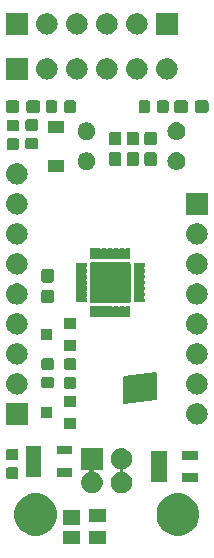
<source format=gbr>
G04 #@! TF.GenerationSoftware,KiCad,Pcbnew,(5.0.1)-4*
G04 #@! TF.CreationDate,2019-08-26T10:27:06+03:00*
G04 #@! TF.ProjectId,CP2102-breakout,4350323130322D627265616B6F75742E,rev?*
G04 #@! TF.SameCoordinates,Original*
G04 #@! TF.FileFunction,Soldermask,Top*
G04 #@! TF.FilePolarity,Negative*
%FSLAX46Y46*%
G04 Gerber Fmt 4.6, Leading zero omitted, Abs format (unit mm)*
G04 Created by KiCad (PCBNEW (5.0.1)-4) date 26/08/2019 10:27:06*
%MOMM*%
%LPD*%
G01*
G04 APERTURE LIST*
%ADD10C,0.150000*%
%ADD11C,0.100000*%
G04 APERTURE END LIST*
D10*
G36*
X47200000Y-44787500D02*
X49850000Y-44500000D01*
X49850000Y-42300000D01*
X47200000Y-42612500D01*
X47200000Y-44787500D01*
G37*
X47200000Y-44787500D02*
X49850000Y-44500000D01*
X49850000Y-42300000D01*
X47200000Y-42612500D01*
X47200000Y-44787500D01*
D11*
G36*
X45666000Y-56746000D02*
X44164000Y-56746000D01*
X44164000Y-55644000D01*
X45666000Y-55644000D01*
X45666000Y-56746000D01*
X45666000Y-56746000D01*
G37*
G36*
X43466000Y-56746000D02*
X41964000Y-56746000D01*
X41964000Y-55644000D01*
X43466000Y-55644000D01*
X43466000Y-56746000D01*
X43466000Y-56746000D01*
G37*
G36*
X40205331Y-52508211D02*
X40533092Y-52643974D01*
X40828073Y-52841074D01*
X41078926Y-53091927D01*
X41276026Y-53386908D01*
X41411789Y-53714669D01*
X41481000Y-54062616D01*
X41481000Y-54417384D01*
X41411789Y-54765331D01*
X41276026Y-55093092D01*
X41078926Y-55388073D01*
X40828073Y-55638926D01*
X40533092Y-55836026D01*
X40205331Y-55971789D01*
X39857384Y-56041000D01*
X39502616Y-56041000D01*
X39154669Y-55971789D01*
X38826908Y-55836026D01*
X38531927Y-55638926D01*
X38281074Y-55388073D01*
X38083974Y-55093092D01*
X37948211Y-54765331D01*
X37879000Y-54417384D01*
X37879000Y-54062616D01*
X37948211Y-53714669D01*
X38083974Y-53386908D01*
X38281074Y-53091927D01*
X38531927Y-52841074D01*
X38826908Y-52643974D01*
X39154669Y-52508211D01*
X39502616Y-52439000D01*
X39857384Y-52439000D01*
X40205331Y-52508211D01*
X40205331Y-52508211D01*
G37*
G36*
X52245331Y-52508211D02*
X52573092Y-52643974D01*
X52868073Y-52841074D01*
X53118926Y-53091927D01*
X53316026Y-53386908D01*
X53451789Y-53714669D01*
X53521000Y-54062616D01*
X53521000Y-54417384D01*
X53451789Y-54765331D01*
X53316026Y-55093092D01*
X53118926Y-55388073D01*
X52868073Y-55638926D01*
X52573092Y-55836026D01*
X52245331Y-55971789D01*
X51897384Y-56041000D01*
X51542616Y-56041000D01*
X51194669Y-55971789D01*
X50866908Y-55836026D01*
X50571927Y-55638926D01*
X50321074Y-55388073D01*
X50123974Y-55093092D01*
X49988211Y-54765331D01*
X49919000Y-54417384D01*
X49919000Y-54062616D01*
X49988211Y-53714669D01*
X50123974Y-53386908D01*
X50321074Y-53091927D01*
X50571927Y-52841074D01*
X50866908Y-52643974D01*
X51194669Y-52508211D01*
X51542616Y-52439000D01*
X51897384Y-52439000D01*
X52245331Y-52508211D01*
X52245331Y-52508211D01*
G37*
G36*
X43466000Y-55126000D02*
X41964000Y-55126000D01*
X41964000Y-53824000D01*
X43466000Y-53824000D01*
X43466000Y-55126000D01*
X43466000Y-55126000D01*
G37*
G36*
X45666000Y-54846000D02*
X44164000Y-54846000D01*
X44164000Y-53744000D01*
X45666000Y-53744000D01*
X45666000Y-54846000D01*
X45666000Y-54846000D01*
G37*
G36*
X45351000Y-50431000D02*
X44779622Y-50431000D01*
X44755236Y-50433402D01*
X44731787Y-50440515D01*
X44710176Y-50452066D01*
X44691234Y-50467612D01*
X44675688Y-50486554D01*
X44664137Y-50508165D01*
X44657024Y-50531614D01*
X44654622Y-50556000D01*
X44657024Y-50580386D01*
X44664137Y-50603835D01*
X44675688Y-50625446D01*
X44691234Y-50644388D01*
X44710176Y-50659934D01*
X44731777Y-50671480D01*
X44876784Y-50731544D01*
X45024354Y-50830147D01*
X45149853Y-50955646D01*
X45248456Y-51103216D01*
X45316376Y-51267188D01*
X45351000Y-51441259D01*
X45351000Y-51618741D01*
X45316376Y-51792812D01*
X45248456Y-51956784D01*
X45149853Y-52104354D01*
X45024354Y-52229853D01*
X44876784Y-52328456D01*
X44712812Y-52396376D01*
X44538741Y-52431000D01*
X44361259Y-52431000D01*
X44187188Y-52396376D01*
X44023216Y-52328456D01*
X43875646Y-52229853D01*
X43750147Y-52104354D01*
X43651544Y-51956784D01*
X43583624Y-51792812D01*
X43549000Y-51618741D01*
X43549000Y-51441259D01*
X43583624Y-51267188D01*
X43651544Y-51103216D01*
X43750147Y-50955646D01*
X43875646Y-50830147D01*
X44023216Y-50731544D01*
X44168223Y-50671480D01*
X44189824Y-50659934D01*
X44208766Y-50644388D01*
X44224312Y-50625446D01*
X44235863Y-50603835D01*
X44242976Y-50580386D01*
X44245378Y-50556000D01*
X44242976Y-50531614D01*
X44235863Y-50508165D01*
X44224312Y-50486554D01*
X44208766Y-50467612D01*
X44189824Y-50452066D01*
X44168213Y-50440515D01*
X44144764Y-50433402D01*
X44120378Y-50431000D01*
X43549000Y-50431000D01*
X43549000Y-48629000D01*
X45351000Y-48629000D01*
X45351000Y-50431000D01*
X45351000Y-50431000D01*
G37*
G36*
X47212812Y-48663624D02*
X47376784Y-48731544D01*
X47524354Y-48830147D01*
X47649853Y-48955646D01*
X47748456Y-49103216D01*
X47816376Y-49267188D01*
X47851000Y-49441259D01*
X47851000Y-49618741D01*
X47816376Y-49792812D01*
X47748456Y-49956784D01*
X47649853Y-50104354D01*
X47524354Y-50229853D01*
X47376784Y-50328456D01*
X47212812Y-50396376D01*
X47157367Y-50407404D01*
X47133926Y-50414515D01*
X47112315Y-50426067D01*
X47093373Y-50441612D01*
X47077828Y-50460554D01*
X47066277Y-50482165D01*
X47059164Y-50505614D01*
X47056762Y-50530000D01*
X47059164Y-50554387D01*
X47066277Y-50577836D01*
X47077829Y-50599447D01*
X47093374Y-50618389D01*
X47112316Y-50633934D01*
X47133927Y-50645485D01*
X47157367Y-50652596D01*
X47212812Y-50663624D01*
X47376784Y-50731544D01*
X47524354Y-50830147D01*
X47649853Y-50955646D01*
X47748456Y-51103216D01*
X47816376Y-51267188D01*
X47851000Y-51441259D01*
X47851000Y-51618741D01*
X47816376Y-51792812D01*
X47748456Y-51956784D01*
X47649853Y-52104354D01*
X47524354Y-52229853D01*
X47376784Y-52328456D01*
X47212812Y-52396376D01*
X47038741Y-52431000D01*
X46861259Y-52431000D01*
X46687188Y-52396376D01*
X46523216Y-52328456D01*
X46375646Y-52229853D01*
X46250147Y-52104354D01*
X46151544Y-51956784D01*
X46083624Y-51792812D01*
X46049000Y-51618741D01*
X46049000Y-51441259D01*
X46083624Y-51267188D01*
X46151544Y-51103216D01*
X46250147Y-50955646D01*
X46375646Y-50830147D01*
X46523216Y-50731544D01*
X46687188Y-50663624D01*
X46742633Y-50652596D01*
X46766074Y-50645485D01*
X46787685Y-50633933D01*
X46806627Y-50618388D01*
X46822172Y-50599446D01*
X46833723Y-50577835D01*
X46840836Y-50554386D01*
X46843238Y-50530000D01*
X46840836Y-50505613D01*
X46833723Y-50482164D01*
X46822171Y-50460553D01*
X46806626Y-50441611D01*
X46787684Y-50426066D01*
X46766073Y-50414515D01*
X46742633Y-50407404D01*
X46687188Y-50396376D01*
X46523216Y-50328456D01*
X46375646Y-50229853D01*
X46250147Y-50104354D01*
X46151544Y-49956784D01*
X46083624Y-49792812D01*
X46049000Y-49618741D01*
X46049000Y-49441259D01*
X46083624Y-49267188D01*
X46151544Y-49103216D01*
X46250147Y-48955646D01*
X46375646Y-48830147D01*
X46523216Y-48731544D01*
X46687188Y-48663624D01*
X46861259Y-48629000D01*
X47038741Y-48629000D01*
X47212812Y-48663624D01*
X47212812Y-48663624D01*
G37*
G36*
X50786000Y-51491000D02*
X49464000Y-51491000D01*
X49464000Y-48839000D01*
X50786000Y-48839000D01*
X50786000Y-51491000D01*
X50786000Y-51491000D01*
G37*
G36*
X53406000Y-51491000D02*
X52084000Y-51491000D01*
X52084000Y-50739000D01*
X53406000Y-50739000D01*
X53406000Y-51491000D01*
X53406000Y-51491000D01*
G37*
G36*
X38079591Y-50253085D02*
X38113569Y-50263393D01*
X38144887Y-50280133D01*
X38172339Y-50302661D01*
X38194867Y-50330113D01*
X38211607Y-50361431D01*
X38221915Y-50395409D01*
X38226000Y-50436890D01*
X38226000Y-51038110D01*
X38221915Y-51079591D01*
X38211607Y-51113569D01*
X38194867Y-51144887D01*
X38172339Y-51172339D01*
X38144887Y-51194867D01*
X38113569Y-51211607D01*
X38079591Y-51221915D01*
X38038110Y-51226000D01*
X37361890Y-51226000D01*
X37320409Y-51221915D01*
X37286431Y-51211607D01*
X37255113Y-51194867D01*
X37227661Y-51172339D01*
X37205133Y-51144887D01*
X37188393Y-51113569D01*
X37178085Y-51079591D01*
X37174000Y-51038110D01*
X37174000Y-50436890D01*
X37178085Y-50395409D01*
X37188393Y-50361431D01*
X37205133Y-50330113D01*
X37227661Y-50302661D01*
X37255113Y-50280133D01*
X37286431Y-50263393D01*
X37320409Y-50253085D01*
X37361890Y-50249000D01*
X38038110Y-50249000D01*
X38079591Y-50253085D01*
X38079591Y-50253085D01*
G37*
G36*
X40166000Y-51051000D02*
X38844000Y-51051000D01*
X38844000Y-48399000D01*
X40166000Y-48399000D01*
X40166000Y-51051000D01*
X40166000Y-51051000D01*
G37*
G36*
X42786000Y-51051000D02*
X41464000Y-51051000D01*
X41464000Y-50299000D01*
X42786000Y-50299000D01*
X42786000Y-51051000D01*
X42786000Y-51051000D01*
G37*
G36*
X38079591Y-48678085D02*
X38113569Y-48688393D01*
X38144887Y-48705133D01*
X38172339Y-48727661D01*
X38194867Y-48755113D01*
X38211607Y-48786431D01*
X38221915Y-48820409D01*
X38226000Y-48861890D01*
X38226000Y-49463110D01*
X38221915Y-49504591D01*
X38211607Y-49538569D01*
X38194867Y-49569887D01*
X38172339Y-49597339D01*
X38144887Y-49619867D01*
X38113569Y-49636607D01*
X38079591Y-49646915D01*
X38038110Y-49651000D01*
X37361890Y-49651000D01*
X37320409Y-49646915D01*
X37286431Y-49636607D01*
X37255113Y-49619867D01*
X37227661Y-49597339D01*
X37205133Y-49569887D01*
X37188393Y-49538569D01*
X37178085Y-49504591D01*
X37174000Y-49463110D01*
X37174000Y-48861890D01*
X37178085Y-48820409D01*
X37188393Y-48786431D01*
X37205133Y-48755113D01*
X37227661Y-48727661D01*
X37255113Y-48705133D01*
X37286431Y-48688393D01*
X37320409Y-48678085D01*
X37361890Y-48674000D01*
X38038110Y-48674000D01*
X38079591Y-48678085D01*
X38079591Y-48678085D01*
G37*
G36*
X53406000Y-49591000D02*
X52084000Y-49591000D01*
X52084000Y-48839000D01*
X53406000Y-48839000D01*
X53406000Y-49591000D01*
X53406000Y-49591000D01*
G37*
G36*
X42786000Y-49151000D02*
X41464000Y-49151000D01*
X41464000Y-48399000D01*
X42786000Y-48399000D01*
X42786000Y-49151000D01*
X42786000Y-49151000D01*
G37*
G36*
X43101000Y-47001000D02*
X42099000Y-47001000D01*
X42099000Y-46099000D01*
X43101000Y-46099000D01*
X43101000Y-47001000D01*
X43101000Y-47001000D01*
G37*
G36*
X39001000Y-46621000D02*
X37199000Y-46621000D01*
X37199000Y-44819000D01*
X39001000Y-44819000D01*
X39001000Y-46621000D01*
X39001000Y-46621000D01*
G37*
G36*
X53450442Y-44825518D02*
X53516627Y-44832037D01*
X53629853Y-44866384D01*
X53686467Y-44883557D01*
X53825087Y-44957652D01*
X53842991Y-44967222D01*
X53878729Y-44996552D01*
X53980186Y-45079814D01*
X54063448Y-45181271D01*
X54092778Y-45217009D01*
X54092779Y-45217011D01*
X54176443Y-45373533D01*
X54176443Y-45373534D01*
X54227963Y-45543373D01*
X54245359Y-45720000D01*
X54227963Y-45896627D01*
X54193616Y-46009853D01*
X54176443Y-46066467D01*
X54159053Y-46099000D01*
X54092778Y-46222991D01*
X54063448Y-46258729D01*
X53980186Y-46360186D01*
X53878729Y-46443448D01*
X53842991Y-46472778D01*
X53842989Y-46472779D01*
X53686467Y-46556443D01*
X53629853Y-46573616D01*
X53516627Y-46607963D01*
X53450442Y-46614482D01*
X53384260Y-46621000D01*
X53295740Y-46621000D01*
X53229558Y-46614482D01*
X53163373Y-46607963D01*
X53050147Y-46573616D01*
X52993533Y-46556443D01*
X52837011Y-46472779D01*
X52837009Y-46472778D01*
X52801271Y-46443448D01*
X52699814Y-46360186D01*
X52616552Y-46258729D01*
X52587222Y-46222991D01*
X52520947Y-46099000D01*
X52503557Y-46066467D01*
X52486384Y-46009853D01*
X52452037Y-45896627D01*
X52434641Y-45720000D01*
X52452037Y-45543373D01*
X52503557Y-45373534D01*
X52503557Y-45373533D01*
X52587221Y-45217011D01*
X52587222Y-45217009D01*
X52616552Y-45181271D01*
X52699814Y-45079814D01*
X52801271Y-44996552D01*
X52837009Y-44967222D01*
X52854913Y-44957652D01*
X52993533Y-44883557D01*
X53050147Y-44866384D01*
X53163373Y-44832037D01*
X53229558Y-44825518D01*
X53295740Y-44819000D01*
X53384260Y-44819000D01*
X53450442Y-44825518D01*
X53450442Y-44825518D01*
G37*
G36*
X41101000Y-46051000D02*
X40099000Y-46051000D01*
X40099000Y-45149000D01*
X41101000Y-45149000D01*
X41101000Y-46051000D01*
X41101000Y-46051000D01*
G37*
G36*
X43101000Y-45101000D02*
X42099000Y-45101000D01*
X42099000Y-44199000D01*
X43101000Y-44199000D01*
X43101000Y-45101000D01*
X43101000Y-45101000D01*
G37*
G36*
X38210442Y-42285518D02*
X38276627Y-42292037D01*
X38389853Y-42326384D01*
X38446467Y-42343557D01*
X38585087Y-42417652D01*
X38602991Y-42427222D01*
X38638729Y-42456552D01*
X38740186Y-42539814D01*
X38814308Y-42630133D01*
X38852778Y-42677009D01*
X38852779Y-42677011D01*
X38936443Y-42833533D01*
X38953616Y-42890147D01*
X38987963Y-43003373D01*
X39005359Y-43180000D01*
X38987963Y-43356627D01*
X38959314Y-43451069D01*
X38936443Y-43526467D01*
X38862348Y-43665087D01*
X38852778Y-43682991D01*
X38823448Y-43718729D01*
X38740186Y-43820186D01*
X38638729Y-43903448D01*
X38602991Y-43932778D01*
X38602989Y-43932779D01*
X38446467Y-44016443D01*
X38389853Y-44033616D01*
X38276627Y-44067963D01*
X38210443Y-44074481D01*
X38144260Y-44081000D01*
X38055740Y-44081000D01*
X37989557Y-44074481D01*
X37923373Y-44067963D01*
X37810147Y-44033616D01*
X37753533Y-44016443D01*
X37597011Y-43932779D01*
X37597009Y-43932778D01*
X37561271Y-43903448D01*
X37459814Y-43820186D01*
X37376552Y-43718729D01*
X37347222Y-43682991D01*
X37337652Y-43665087D01*
X37263557Y-43526467D01*
X37240686Y-43451069D01*
X37212037Y-43356627D01*
X37194641Y-43180000D01*
X37212037Y-43003373D01*
X37246384Y-42890147D01*
X37263557Y-42833533D01*
X37347221Y-42677011D01*
X37347222Y-42677009D01*
X37385692Y-42630133D01*
X37459814Y-42539814D01*
X37561271Y-42456552D01*
X37597009Y-42427222D01*
X37614913Y-42417652D01*
X37753533Y-42343557D01*
X37810147Y-42326384D01*
X37923373Y-42292037D01*
X37989558Y-42285518D01*
X38055740Y-42279000D01*
X38144260Y-42279000D01*
X38210442Y-42285518D01*
X38210442Y-42285518D01*
G37*
G36*
X53450442Y-42285518D02*
X53516627Y-42292037D01*
X53629853Y-42326384D01*
X53686467Y-42343557D01*
X53825087Y-42417652D01*
X53842991Y-42427222D01*
X53878729Y-42456552D01*
X53980186Y-42539814D01*
X54054308Y-42630133D01*
X54092778Y-42677009D01*
X54092779Y-42677011D01*
X54176443Y-42833533D01*
X54193616Y-42890147D01*
X54227963Y-43003373D01*
X54245359Y-43180000D01*
X54227963Y-43356627D01*
X54199314Y-43451069D01*
X54176443Y-43526467D01*
X54102348Y-43665087D01*
X54092778Y-43682991D01*
X54063448Y-43718729D01*
X53980186Y-43820186D01*
X53878729Y-43903448D01*
X53842991Y-43932778D01*
X53842989Y-43932779D01*
X53686467Y-44016443D01*
X53629853Y-44033616D01*
X53516627Y-44067963D01*
X53450443Y-44074481D01*
X53384260Y-44081000D01*
X53295740Y-44081000D01*
X53229557Y-44074481D01*
X53163373Y-44067963D01*
X53050147Y-44033616D01*
X52993533Y-44016443D01*
X52837011Y-43932779D01*
X52837009Y-43932778D01*
X52801271Y-43903448D01*
X52699814Y-43820186D01*
X52616552Y-43718729D01*
X52587222Y-43682991D01*
X52577652Y-43665087D01*
X52503557Y-43526467D01*
X52480686Y-43451069D01*
X52452037Y-43356627D01*
X52434641Y-43180000D01*
X52452037Y-43003373D01*
X52486384Y-42890147D01*
X52503557Y-42833533D01*
X52587221Y-42677011D01*
X52587222Y-42677009D01*
X52625692Y-42630133D01*
X52699814Y-42539814D01*
X52801271Y-42456552D01*
X52837009Y-42427222D01*
X52854913Y-42417652D01*
X52993533Y-42343557D01*
X53050147Y-42326384D01*
X53163373Y-42292037D01*
X53229558Y-42285518D01*
X53295740Y-42279000D01*
X53384260Y-42279000D01*
X53450442Y-42285518D01*
X53450442Y-42285518D01*
G37*
G36*
X42979591Y-42603085D02*
X43013569Y-42613393D01*
X43044887Y-42630133D01*
X43072339Y-42652661D01*
X43094867Y-42680113D01*
X43111607Y-42711431D01*
X43121915Y-42745409D01*
X43126000Y-42786890D01*
X43126000Y-43388110D01*
X43121915Y-43429591D01*
X43111607Y-43463569D01*
X43094867Y-43494887D01*
X43072339Y-43522339D01*
X43044887Y-43544867D01*
X43013569Y-43561607D01*
X42979591Y-43571915D01*
X42938110Y-43576000D01*
X42261890Y-43576000D01*
X42220409Y-43571915D01*
X42186431Y-43561607D01*
X42155113Y-43544867D01*
X42127661Y-43522339D01*
X42105133Y-43494887D01*
X42088393Y-43463569D01*
X42078085Y-43429591D01*
X42074000Y-43388110D01*
X42074000Y-42786890D01*
X42078085Y-42745409D01*
X42088393Y-42711431D01*
X42105133Y-42680113D01*
X42127661Y-42652661D01*
X42155113Y-42630133D01*
X42186431Y-42613393D01*
X42220409Y-42603085D01*
X42261890Y-42599000D01*
X42938110Y-42599000D01*
X42979591Y-42603085D01*
X42979591Y-42603085D01*
G37*
G36*
X41079591Y-42590585D02*
X41113569Y-42600893D01*
X41144887Y-42617633D01*
X41172339Y-42640161D01*
X41194867Y-42667613D01*
X41211607Y-42698931D01*
X41221915Y-42732909D01*
X41226000Y-42774390D01*
X41226000Y-43375610D01*
X41221915Y-43417091D01*
X41211607Y-43451069D01*
X41194867Y-43482387D01*
X41172339Y-43509839D01*
X41144887Y-43532367D01*
X41113569Y-43549107D01*
X41079591Y-43559415D01*
X41038110Y-43563500D01*
X40361890Y-43563500D01*
X40320409Y-43559415D01*
X40286431Y-43549107D01*
X40255113Y-43532367D01*
X40227661Y-43509839D01*
X40205133Y-43482387D01*
X40188393Y-43451069D01*
X40178085Y-43417091D01*
X40174000Y-43375610D01*
X40174000Y-42774390D01*
X40178085Y-42732909D01*
X40188393Y-42698931D01*
X40205133Y-42667613D01*
X40227661Y-42640161D01*
X40255113Y-42617633D01*
X40286431Y-42600893D01*
X40320409Y-42590585D01*
X40361890Y-42586500D01*
X41038110Y-42586500D01*
X41079591Y-42590585D01*
X41079591Y-42590585D01*
G37*
G36*
X42979591Y-41028085D02*
X43013569Y-41038393D01*
X43044887Y-41055133D01*
X43072339Y-41077661D01*
X43094867Y-41105113D01*
X43111607Y-41136431D01*
X43121915Y-41170409D01*
X43126000Y-41211890D01*
X43126000Y-41813110D01*
X43121915Y-41854591D01*
X43111607Y-41888569D01*
X43094867Y-41919887D01*
X43072339Y-41947339D01*
X43044887Y-41969867D01*
X43013569Y-41986607D01*
X42979591Y-41996915D01*
X42938110Y-42001000D01*
X42261890Y-42001000D01*
X42220409Y-41996915D01*
X42186431Y-41986607D01*
X42155113Y-41969867D01*
X42127661Y-41947339D01*
X42105133Y-41919887D01*
X42088393Y-41888569D01*
X42078085Y-41854591D01*
X42074000Y-41813110D01*
X42074000Y-41211890D01*
X42078085Y-41170409D01*
X42088393Y-41136431D01*
X42105133Y-41105113D01*
X42127661Y-41077661D01*
X42155113Y-41055133D01*
X42186431Y-41038393D01*
X42220409Y-41028085D01*
X42261890Y-41024000D01*
X42938110Y-41024000D01*
X42979591Y-41028085D01*
X42979591Y-41028085D01*
G37*
G36*
X41079591Y-41015585D02*
X41113569Y-41025893D01*
X41144887Y-41042633D01*
X41172339Y-41065161D01*
X41194867Y-41092613D01*
X41211607Y-41123931D01*
X41221915Y-41157909D01*
X41226000Y-41199390D01*
X41226000Y-41800610D01*
X41221915Y-41842091D01*
X41211607Y-41876069D01*
X41194867Y-41907387D01*
X41172339Y-41934839D01*
X41144887Y-41957367D01*
X41113569Y-41974107D01*
X41079591Y-41984415D01*
X41038110Y-41988500D01*
X40361890Y-41988500D01*
X40320409Y-41984415D01*
X40286431Y-41974107D01*
X40255113Y-41957367D01*
X40227661Y-41934839D01*
X40205133Y-41907387D01*
X40188393Y-41876069D01*
X40178085Y-41842091D01*
X40174000Y-41800610D01*
X40174000Y-41199390D01*
X40178085Y-41157909D01*
X40188393Y-41123931D01*
X40205133Y-41092613D01*
X40227661Y-41065161D01*
X40255113Y-41042633D01*
X40286431Y-41025893D01*
X40320409Y-41015585D01*
X40361890Y-41011500D01*
X41038110Y-41011500D01*
X41079591Y-41015585D01*
X41079591Y-41015585D01*
G37*
G36*
X38210442Y-39745518D02*
X38276627Y-39752037D01*
X38389853Y-39786384D01*
X38446467Y-39803557D01*
X38585087Y-39877652D01*
X38602991Y-39887222D01*
X38638729Y-39916552D01*
X38740186Y-39999814D01*
X38823448Y-40101271D01*
X38852778Y-40137009D01*
X38852779Y-40137011D01*
X38936443Y-40293533D01*
X38936443Y-40293534D01*
X38987963Y-40463373D01*
X39005359Y-40640000D01*
X38987963Y-40816627D01*
X38953616Y-40929853D01*
X38936443Y-40986467D01*
X38894378Y-41065164D01*
X38852778Y-41142991D01*
X38840535Y-41157909D01*
X38740186Y-41280186D01*
X38638729Y-41363448D01*
X38602991Y-41392778D01*
X38602989Y-41392779D01*
X38446467Y-41476443D01*
X38389853Y-41493616D01*
X38276627Y-41527963D01*
X38210442Y-41534482D01*
X38144260Y-41541000D01*
X38055740Y-41541000D01*
X37989558Y-41534482D01*
X37923373Y-41527963D01*
X37810147Y-41493616D01*
X37753533Y-41476443D01*
X37597011Y-41392779D01*
X37597009Y-41392778D01*
X37561271Y-41363448D01*
X37459814Y-41280186D01*
X37359465Y-41157909D01*
X37347222Y-41142991D01*
X37305622Y-41065164D01*
X37263557Y-40986467D01*
X37246384Y-40929853D01*
X37212037Y-40816627D01*
X37194641Y-40640000D01*
X37212037Y-40463373D01*
X37263557Y-40293534D01*
X37263557Y-40293533D01*
X37347221Y-40137011D01*
X37347222Y-40137009D01*
X37376552Y-40101271D01*
X37459814Y-39999814D01*
X37561271Y-39916552D01*
X37597009Y-39887222D01*
X37614913Y-39877652D01*
X37753533Y-39803557D01*
X37810147Y-39786384D01*
X37923373Y-39752037D01*
X37989558Y-39745518D01*
X38055740Y-39739000D01*
X38144260Y-39739000D01*
X38210442Y-39745518D01*
X38210442Y-39745518D01*
G37*
G36*
X53450442Y-39745518D02*
X53516627Y-39752037D01*
X53629853Y-39786384D01*
X53686467Y-39803557D01*
X53825087Y-39877652D01*
X53842991Y-39887222D01*
X53878729Y-39916552D01*
X53980186Y-39999814D01*
X54063448Y-40101271D01*
X54092778Y-40137009D01*
X54092779Y-40137011D01*
X54176443Y-40293533D01*
X54176443Y-40293534D01*
X54227963Y-40463373D01*
X54245359Y-40640000D01*
X54227963Y-40816627D01*
X54193616Y-40929853D01*
X54176443Y-40986467D01*
X54134378Y-41065164D01*
X54092778Y-41142991D01*
X54080535Y-41157909D01*
X53980186Y-41280186D01*
X53878729Y-41363448D01*
X53842991Y-41392778D01*
X53842989Y-41392779D01*
X53686467Y-41476443D01*
X53629853Y-41493616D01*
X53516627Y-41527963D01*
X53450442Y-41534482D01*
X53384260Y-41541000D01*
X53295740Y-41541000D01*
X53229558Y-41534482D01*
X53163373Y-41527963D01*
X53050147Y-41493616D01*
X52993533Y-41476443D01*
X52837011Y-41392779D01*
X52837009Y-41392778D01*
X52801271Y-41363448D01*
X52699814Y-41280186D01*
X52599465Y-41157909D01*
X52587222Y-41142991D01*
X52545622Y-41065164D01*
X52503557Y-40986467D01*
X52486384Y-40929853D01*
X52452037Y-40816627D01*
X52434641Y-40640000D01*
X52452037Y-40463373D01*
X52503557Y-40293534D01*
X52503557Y-40293533D01*
X52587221Y-40137011D01*
X52587222Y-40137009D01*
X52616552Y-40101271D01*
X52699814Y-39999814D01*
X52801271Y-39916552D01*
X52837009Y-39887222D01*
X52854913Y-39877652D01*
X52993533Y-39803557D01*
X53050147Y-39786384D01*
X53163373Y-39752037D01*
X53229558Y-39745518D01*
X53295740Y-39739000D01*
X53384260Y-39739000D01*
X53450442Y-39745518D01*
X53450442Y-39745518D01*
G37*
G36*
X43101000Y-40401000D02*
X42099000Y-40401000D01*
X42099000Y-39499000D01*
X43101000Y-39499000D01*
X43101000Y-40401000D01*
X43101000Y-40401000D01*
G37*
G36*
X41101000Y-39451000D02*
X40099000Y-39451000D01*
X40099000Y-38549000D01*
X41101000Y-38549000D01*
X41101000Y-39451000D01*
X41101000Y-39451000D01*
G37*
G36*
X53450442Y-37205518D02*
X53516627Y-37212037D01*
X53629853Y-37246384D01*
X53686467Y-37263557D01*
X53825087Y-37337652D01*
X53842991Y-37347222D01*
X53878729Y-37376552D01*
X53980186Y-37459814D01*
X54063448Y-37561271D01*
X54092778Y-37597009D01*
X54092779Y-37597011D01*
X54176443Y-37753533D01*
X54176443Y-37753534D01*
X54227963Y-37923373D01*
X54245359Y-38100000D01*
X54227963Y-38276627D01*
X54193616Y-38389853D01*
X54176443Y-38446467D01*
X54147294Y-38501000D01*
X54092778Y-38602991D01*
X54063448Y-38638729D01*
X53980186Y-38740186D01*
X53878729Y-38823448D01*
X53842991Y-38852778D01*
X53842989Y-38852779D01*
X53686467Y-38936443D01*
X53629853Y-38953616D01*
X53516627Y-38987963D01*
X53450443Y-38994481D01*
X53384260Y-39001000D01*
X53295740Y-39001000D01*
X53229557Y-38994481D01*
X53163373Y-38987963D01*
X53050147Y-38953616D01*
X52993533Y-38936443D01*
X52837011Y-38852779D01*
X52837009Y-38852778D01*
X52801271Y-38823448D01*
X52699814Y-38740186D01*
X52616552Y-38638729D01*
X52587222Y-38602991D01*
X52532706Y-38501000D01*
X52503557Y-38446467D01*
X52486384Y-38389853D01*
X52452037Y-38276627D01*
X52434641Y-38100000D01*
X52452037Y-37923373D01*
X52503557Y-37753534D01*
X52503557Y-37753533D01*
X52587221Y-37597011D01*
X52587222Y-37597009D01*
X52616552Y-37561271D01*
X52699814Y-37459814D01*
X52801271Y-37376552D01*
X52837009Y-37347222D01*
X52854913Y-37337652D01*
X52993533Y-37263557D01*
X53050147Y-37246384D01*
X53163373Y-37212037D01*
X53229558Y-37205518D01*
X53295740Y-37199000D01*
X53384260Y-37199000D01*
X53450442Y-37205518D01*
X53450442Y-37205518D01*
G37*
G36*
X38210442Y-37205518D02*
X38276627Y-37212037D01*
X38389853Y-37246384D01*
X38446467Y-37263557D01*
X38585087Y-37337652D01*
X38602991Y-37347222D01*
X38638729Y-37376552D01*
X38740186Y-37459814D01*
X38823448Y-37561271D01*
X38852778Y-37597009D01*
X38852779Y-37597011D01*
X38936443Y-37753533D01*
X38936443Y-37753534D01*
X38987963Y-37923373D01*
X39005359Y-38100000D01*
X38987963Y-38276627D01*
X38953616Y-38389853D01*
X38936443Y-38446467D01*
X38907294Y-38501000D01*
X38852778Y-38602991D01*
X38823448Y-38638729D01*
X38740186Y-38740186D01*
X38638729Y-38823448D01*
X38602991Y-38852778D01*
X38602989Y-38852779D01*
X38446467Y-38936443D01*
X38389853Y-38953616D01*
X38276627Y-38987963D01*
X38210443Y-38994481D01*
X38144260Y-39001000D01*
X38055740Y-39001000D01*
X37989557Y-38994481D01*
X37923373Y-38987963D01*
X37810147Y-38953616D01*
X37753533Y-38936443D01*
X37597011Y-38852779D01*
X37597009Y-38852778D01*
X37561271Y-38823448D01*
X37459814Y-38740186D01*
X37376552Y-38638729D01*
X37347222Y-38602991D01*
X37292706Y-38501000D01*
X37263557Y-38446467D01*
X37246384Y-38389853D01*
X37212037Y-38276627D01*
X37194641Y-38100000D01*
X37212037Y-37923373D01*
X37263557Y-37753534D01*
X37263557Y-37753533D01*
X37347221Y-37597011D01*
X37347222Y-37597009D01*
X37376552Y-37561271D01*
X37459814Y-37459814D01*
X37561271Y-37376552D01*
X37597009Y-37347222D01*
X37614913Y-37337652D01*
X37753533Y-37263557D01*
X37810147Y-37246384D01*
X37923373Y-37212037D01*
X37989558Y-37205518D01*
X38055740Y-37199000D01*
X38144260Y-37199000D01*
X38210442Y-37205518D01*
X38210442Y-37205518D01*
G37*
G36*
X43101000Y-38501000D02*
X42099000Y-38501000D01*
X42099000Y-37599000D01*
X43101000Y-37599000D01*
X43101000Y-38501000D01*
X43101000Y-38501000D01*
G37*
G36*
X44655357Y-36600083D02*
X44660028Y-36601500D01*
X44664330Y-36603800D01*
X44670705Y-36609031D01*
X44691080Y-36622644D01*
X44713719Y-36632020D01*
X44737753Y-36636800D01*
X44762257Y-36636799D01*
X44786291Y-36632017D01*
X44808929Y-36622639D01*
X44829295Y-36609031D01*
X44835670Y-36603800D01*
X44839972Y-36601500D01*
X44844643Y-36600083D01*
X44855641Y-36599000D01*
X45144359Y-36599000D01*
X45155357Y-36600083D01*
X45160028Y-36601500D01*
X45164330Y-36603800D01*
X45170705Y-36609031D01*
X45191080Y-36622644D01*
X45213719Y-36632020D01*
X45237753Y-36636800D01*
X45262257Y-36636799D01*
X45286291Y-36632017D01*
X45308929Y-36622639D01*
X45329295Y-36609031D01*
X45335670Y-36603800D01*
X45339972Y-36601500D01*
X45344643Y-36600083D01*
X45355641Y-36599000D01*
X45644359Y-36599000D01*
X45655357Y-36600083D01*
X45660028Y-36601500D01*
X45664330Y-36603800D01*
X45670705Y-36609031D01*
X45691080Y-36622644D01*
X45713719Y-36632020D01*
X45737753Y-36636800D01*
X45762257Y-36636799D01*
X45786291Y-36632017D01*
X45808929Y-36622639D01*
X45829295Y-36609031D01*
X45835670Y-36603800D01*
X45839972Y-36601500D01*
X45844643Y-36600083D01*
X45855641Y-36599000D01*
X46144359Y-36599000D01*
X46155357Y-36600083D01*
X46160028Y-36601500D01*
X46164330Y-36603800D01*
X46170705Y-36609031D01*
X46191080Y-36622644D01*
X46213719Y-36632020D01*
X46237753Y-36636800D01*
X46262257Y-36636799D01*
X46286291Y-36632017D01*
X46308929Y-36622639D01*
X46329295Y-36609031D01*
X46335670Y-36603800D01*
X46339972Y-36601500D01*
X46344643Y-36600083D01*
X46355641Y-36599000D01*
X46644359Y-36599000D01*
X46655357Y-36600083D01*
X46660028Y-36601500D01*
X46664330Y-36603800D01*
X46670705Y-36609031D01*
X46691080Y-36622644D01*
X46713719Y-36632020D01*
X46737753Y-36636800D01*
X46762257Y-36636799D01*
X46786291Y-36632017D01*
X46808929Y-36622639D01*
X46829295Y-36609031D01*
X46835670Y-36603800D01*
X46839972Y-36601500D01*
X46844643Y-36600083D01*
X46855641Y-36599000D01*
X47144359Y-36599000D01*
X47155357Y-36600083D01*
X47160028Y-36601500D01*
X47164330Y-36603800D01*
X47170705Y-36609031D01*
X47191080Y-36622644D01*
X47213719Y-36632020D01*
X47237753Y-36636800D01*
X47262257Y-36636799D01*
X47286291Y-36632017D01*
X47308929Y-36622639D01*
X47329295Y-36609031D01*
X47335670Y-36603800D01*
X47339972Y-36601500D01*
X47344643Y-36600083D01*
X47355641Y-36599000D01*
X47644359Y-36599000D01*
X47655357Y-36600083D01*
X47660028Y-36601500D01*
X47664330Y-36603800D01*
X47668104Y-36606896D01*
X47671200Y-36610670D01*
X47673500Y-36614972D01*
X47674917Y-36619643D01*
X47676000Y-36630641D01*
X47676000Y-37469359D01*
X47674917Y-37480357D01*
X47673500Y-37485028D01*
X47671200Y-37489330D01*
X47668104Y-37493104D01*
X47664330Y-37496200D01*
X47660028Y-37498500D01*
X47655357Y-37499917D01*
X47644359Y-37501000D01*
X47355641Y-37501000D01*
X47344643Y-37499917D01*
X47339972Y-37498500D01*
X47335670Y-37496200D01*
X47329295Y-37490969D01*
X47308920Y-37477356D01*
X47286281Y-37467980D01*
X47262247Y-37463200D01*
X47237743Y-37463201D01*
X47213709Y-37467983D01*
X47191071Y-37477361D01*
X47170705Y-37490969D01*
X47164330Y-37496200D01*
X47160028Y-37498500D01*
X47155357Y-37499917D01*
X47144359Y-37501000D01*
X46855641Y-37501000D01*
X46844643Y-37499917D01*
X46839972Y-37498500D01*
X46835670Y-37496200D01*
X46829295Y-37490969D01*
X46808920Y-37477356D01*
X46786281Y-37467980D01*
X46762247Y-37463200D01*
X46737743Y-37463201D01*
X46713709Y-37467983D01*
X46691071Y-37477361D01*
X46670705Y-37490969D01*
X46664330Y-37496200D01*
X46660028Y-37498500D01*
X46655357Y-37499917D01*
X46644359Y-37501000D01*
X46355641Y-37501000D01*
X46344643Y-37499917D01*
X46339972Y-37498500D01*
X46335670Y-37496200D01*
X46329295Y-37490969D01*
X46308920Y-37477356D01*
X46286281Y-37467980D01*
X46262247Y-37463200D01*
X46237743Y-37463201D01*
X46213709Y-37467983D01*
X46191071Y-37477361D01*
X46170705Y-37490969D01*
X46164330Y-37496200D01*
X46160028Y-37498500D01*
X46155357Y-37499917D01*
X46144359Y-37501000D01*
X45855641Y-37501000D01*
X45844643Y-37499917D01*
X45839972Y-37498500D01*
X45835670Y-37496200D01*
X45829295Y-37490969D01*
X45808920Y-37477356D01*
X45786281Y-37467980D01*
X45762247Y-37463200D01*
X45737743Y-37463201D01*
X45713709Y-37467983D01*
X45691071Y-37477361D01*
X45670705Y-37490969D01*
X45664330Y-37496200D01*
X45660028Y-37498500D01*
X45655357Y-37499917D01*
X45644359Y-37501000D01*
X45355641Y-37501000D01*
X45344643Y-37499917D01*
X45339972Y-37498500D01*
X45335670Y-37496200D01*
X45329295Y-37490969D01*
X45308920Y-37477356D01*
X45286281Y-37467980D01*
X45262247Y-37463200D01*
X45237743Y-37463201D01*
X45213709Y-37467983D01*
X45191071Y-37477361D01*
X45170705Y-37490969D01*
X45164330Y-37496200D01*
X45160028Y-37498500D01*
X45155357Y-37499917D01*
X45144359Y-37501000D01*
X44855641Y-37501000D01*
X44844643Y-37499917D01*
X44839972Y-37498500D01*
X44835670Y-37496200D01*
X44829295Y-37490969D01*
X44808920Y-37477356D01*
X44786281Y-37467980D01*
X44762247Y-37463200D01*
X44737743Y-37463201D01*
X44713709Y-37467983D01*
X44691071Y-37477361D01*
X44670705Y-37490969D01*
X44664330Y-37496200D01*
X44660028Y-37498500D01*
X44655357Y-37499917D01*
X44644359Y-37501000D01*
X44355641Y-37501000D01*
X44344643Y-37499917D01*
X44339972Y-37498500D01*
X44335670Y-37496200D01*
X44331896Y-37493104D01*
X44328800Y-37489330D01*
X44326500Y-37485028D01*
X44325083Y-37480357D01*
X44324000Y-37469359D01*
X44324000Y-36630641D01*
X44325083Y-36619643D01*
X44326500Y-36614972D01*
X44328800Y-36610670D01*
X44331896Y-36606896D01*
X44335670Y-36603800D01*
X44339972Y-36601500D01*
X44344643Y-36600083D01*
X44355641Y-36599000D01*
X44644359Y-36599000D01*
X44655357Y-36600083D01*
X44655357Y-36600083D01*
G37*
G36*
X53450443Y-34665519D02*
X53516627Y-34672037D01*
X53625845Y-34705168D01*
X53686467Y-34723557D01*
X53774673Y-34770705D01*
X53842991Y-34807222D01*
X53878729Y-34836552D01*
X53980186Y-34919814D01*
X54055840Y-35012000D01*
X54092778Y-35057009D01*
X54092779Y-35057011D01*
X54176443Y-35213533D01*
X54185794Y-35244359D01*
X54227963Y-35383373D01*
X54245359Y-35560000D01*
X54227963Y-35736627D01*
X54211445Y-35791080D01*
X54176443Y-35906467D01*
X54102348Y-36045087D01*
X54092778Y-36062991D01*
X54072253Y-36088000D01*
X53980186Y-36200186D01*
X53887805Y-36276000D01*
X53842991Y-36312778D01*
X53842989Y-36312779D01*
X53686467Y-36396443D01*
X53629853Y-36413616D01*
X53516627Y-36447963D01*
X53450442Y-36454482D01*
X53384260Y-36461000D01*
X53295740Y-36461000D01*
X53229558Y-36454482D01*
X53163373Y-36447963D01*
X53050147Y-36413616D01*
X52993533Y-36396443D01*
X52837011Y-36312779D01*
X52837009Y-36312778D01*
X52792195Y-36276000D01*
X52699814Y-36200186D01*
X52607747Y-36088000D01*
X52587222Y-36062991D01*
X52577652Y-36045087D01*
X52503557Y-35906467D01*
X52468555Y-35791080D01*
X52452037Y-35736627D01*
X52434641Y-35560000D01*
X52452037Y-35383373D01*
X52494206Y-35244359D01*
X52503557Y-35213533D01*
X52587221Y-35057011D01*
X52587222Y-35057009D01*
X52624160Y-35012000D01*
X52699814Y-34919814D01*
X52801271Y-34836552D01*
X52837009Y-34807222D01*
X52905327Y-34770705D01*
X52993533Y-34723557D01*
X53054155Y-34705168D01*
X53163373Y-34672037D01*
X53229557Y-34665519D01*
X53295740Y-34659000D01*
X53384260Y-34659000D01*
X53450443Y-34665519D01*
X53450443Y-34665519D01*
G37*
G36*
X38210443Y-34665519D02*
X38276627Y-34672037D01*
X38385845Y-34705168D01*
X38446467Y-34723557D01*
X38534673Y-34770705D01*
X38602991Y-34807222D01*
X38638729Y-34836552D01*
X38740186Y-34919814D01*
X38815840Y-35012000D01*
X38852778Y-35057009D01*
X38852779Y-35057011D01*
X38936443Y-35213533D01*
X38945794Y-35244359D01*
X38987963Y-35383373D01*
X39005359Y-35560000D01*
X38987963Y-35736627D01*
X38971445Y-35791080D01*
X38936443Y-35906467D01*
X38862348Y-36045087D01*
X38852778Y-36062991D01*
X38832253Y-36088000D01*
X38740186Y-36200186D01*
X38647805Y-36276000D01*
X38602991Y-36312778D01*
X38602989Y-36312779D01*
X38446467Y-36396443D01*
X38389853Y-36413616D01*
X38276627Y-36447963D01*
X38210442Y-36454482D01*
X38144260Y-36461000D01*
X38055740Y-36461000D01*
X37989558Y-36454482D01*
X37923373Y-36447963D01*
X37810147Y-36413616D01*
X37753533Y-36396443D01*
X37597011Y-36312779D01*
X37597009Y-36312778D01*
X37552195Y-36276000D01*
X37459814Y-36200186D01*
X37367747Y-36088000D01*
X37347222Y-36062991D01*
X37337652Y-36045087D01*
X37263557Y-35906467D01*
X37228555Y-35791080D01*
X37212037Y-35736627D01*
X37194641Y-35560000D01*
X37212037Y-35383373D01*
X37254206Y-35244359D01*
X37263557Y-35213533D01*
X37347221Y-35057011D01*
X37347222Y-35057009D01*
X37384160Y-35012000D01*
X37459814Y-34919814D01*
X37561271Y-34836552D01*
X37597009Y-34807222D01*
X37665327Y-34770705D01*
X37753533Y-34723557D01*
X37814155Y-34705168D01*
X37923373Y-34672037D01*
X37989557Y-34665519D01*
X38055740Y-34659000D01*
X38144260Y-34659000D01*
X38210443Y-34665519D01*
X38210443Y-34665519D01*
G37*
G36*
X41064499Y-35203445D02*
X41101993Y-35214819D01*
X41136557Y-35233294D01*
X41166847Y-35258153D01*
X41191706Y-35288443D01*
X41210181Y-35323007D01*
X41221555Y-35360501D01*
X41226000Y-35405638D01*
X41226000Y-36144362D01*
X41221555Y-36189499D01*
X41210181Y-36226993D01*
X41191706Y-36261557D01*
X41166847Y-36291847D01*
X41136557Y-36316706D01*
X41101993Y-36335181D01*
X41064499Y-36346555D01*
X41019362Y-36351000D01*
X40380638Y-36351000D01*
X40335501Y-36346555D01*
X40298007Y-36335181D01*
X40263443Y-36316706D01*
X40233153Y-36291847D01*
X40208294Y-36261557D01*
X40189819Y-36226993D01*
X40178445Y-36189499D01*
X40174000Y-36144362D01*
X40174000Y-35405638D01*
X40178445Y-35360501D01*
X40189819Y-35323007D01*
X40208294Y-35288443D01*
X40233153Y-35258153D01*
X40263443Y-35233294D01*
X40298007Y-35214819D01*
X40335501Y-35203445D01*
X40380638Y-35199000D01*
X41019362Y-35199000D01*
X41064499Y-35203445D01*
X41064499Y-35203445D01*
G37*
G36*
X47604123Y-32877499D02*
X47632387Y-32886073D01*
X47658437Y-32899997D01*
X47681267Y-32918733D01*
X47700003Y-32941563D01*
X47713927Y-32967613D01*
X47722501Y-32995877D01*
X47726000Y-33031407D01*
X47726000Y-36168593D01*
X47722501Y-36204123D01*
X47713927Y-36232387D01*
X47700003Y-36258437D01*
X47681267Y-36281267D01*
X47658437Y-36300003D01*
X47632387Y-36313927D01*
X47604123Y-36322501D01*
X47568593Y-36326000D01*
X44431407Y-36326000D01*
X44395877Y-36322501D01*
X44367613Y-36313927D01*
X44341563Y-36300003D01*
X44318733Y-36281267D01*
X44299997Y-36258437D01*
X44286073Y-36232387D01*
X44277499Y-36204123D01*
X44274000Y-36168593D01*
X44274000Y-33031407D01*
X44277499Y-32995877D01*
X44286073Y-32967613D01*
X44299997Y-32941563D01*
X44318733Y-32918733D01*
X44341563Y-32899997D01*
X44367613Y-32886073D01*
X44395877Y-32877499D01*
X44431407Y-32874000D01*
X47568593Y-32874000D01*
X47604123Y-32877499D01*
X47604123Y-32877499D01*
G37*
G36*
X43980357Y-32925083D02*
X43985028Y-32926500D01*
X43989330Y-32928800D01*
X43993104Y-32931896D01*
X43996200Y-32935670D01*
X43998500Y-32939972D01*
X43999917Y-32944643D01*
X44001000Y-32955641D01*
X44001000Y-33244359D01*
X43999917Y-33255357D01*
X43998500Y-33260028D01*
X43996200Y-33264330D01*
X43990969Y-33270705D01*
X43977356Y-33291080D01*
X43967980Y-33313719D01*
X43963200Y-33337753D01*
X43963201Y-33362257D01*
X43967983Y-33386291D01*
X43977361Y-33408929D01*
X43990969Y-33429295D01*
X43996200Y-33435670D01*
X43998500Y-33439972D01*
X43999917Y-33444643D01*
X44001000Y-33455641D01*
X44001000Y-33744359D01*
X43999917Y-33755357D01*
X43998500Y-33760028D01*
X43996200Y-33764330D01*
X43990969Y-33770705D01*
X43977356Y-33791080D01*
X43967980Y-33813719D01*
X43963200Y-33837753D01*
X43963201Y-33862257D01*
X43967983Y-33886291D01*
X43977361Y-33908929D01*
X43990969Y-33929295D01*
X43996200Y-33935670D01*
X43998500Y-33939972D01*
X43999917Y-33944643D01*
X44001000Y-33955641D01*
X44001000Y-34244359D01*
X43999917Y-34255357D01*
X43998500Y-34260028D01*
X43996200Y-34264330D01*
X43990969Y-34270705D01*
X43977356Y-34291080D01*
X43967980Y-34313719D01*
X43963200Y-34337753D01*
X43963201Y-34362257D01*
X43967983Y-34386291D01*
X43977361Y-34408929D01*
X43990969Y-34429295D01*
X43996200Y-34435670D01*
X43998500Y-34439972D01*
X43999917Y-34444643D01*
X44001000Y-34455641D01*
X44001000Y-34744359D01*
X43999917Y-34755357D01*
X43998500Y-34760028D01*
X43996200Y-34764330D01*
X43990969Y-34770705D01*
X43977356Y-34791080D01*
X43967980Y-34813719D01*
X43963200Y-34837753D01*
X43963201Y-34862257D01*
X43967983Y-34886291D01*
X43977361Y-34908929D01*
X43990969Y-34929295D01*
X43996200Y-34935670D01*
X43998500Y-34939972D01*
X43999917Y-34944643D01*
X44001000Y-34955641D01*
X44001000Y-35244359D01*
X43999917Y-35255357D01*
X43998500Y-35260028D01*
X43996200Y-35264330D01*
X43990969Y-35270705D01*
X43977356Y-35291080D01*
X43967980Y-35313719D01*
X43963200Y-35337753D01*
X43963201Y-35362257D01*
X43967983Y-35386291D01*
X43977361Y-35408929D01*
X43990969Y-35429295D01*
X43996200Y-35435670D01*
X43998500Y-35439972D01*
X43999917Y-35444643D01*
X44001000Y-35455641D01*
X44001000Y-35744359D01*
X43999917Y-35755357D01*
X43998500Y-35760028D01*
X43996200Y-35764330D01*
X43990969Y-35770705D01*
X43977356Y-35791080D01*
X43967980Y-35813719D01*
X43963200Y-35837753D01*
X43963201Y-35862257D01*
X43967983Y-35886291D01*
X43977361Y-35908929D01*
X43990969Y-35929295D01*
X43996200Y-35935670D01*
X43998500Y-35939972D01*
X43999917Y-35944643D01*
X44001000Y-35955641D01*
X44001000Y-36244359D01*
X43999917Y-36255357D01*
X43998500Y-36260028D01*
X43996200Y-36264330D01*
X43993104Y-36268104D01*
X43989330Y-36271200D01*
X43985028Y-36273500D01*
X43980357Y-36274917D01*
X43969359Y-36276000D01*
X43130641Y-36276000D01*
X43119643Y-36274917D01*
X43114972Y-36273500D01*
X43110670Y-36271200D01*
X43106896Y-36268104D01*
X43103800Y-36264330D01*
X43101500Y-36260028D01*
X43100083Y-36255357D01*
X43099000Y-36244359D01*
X43099000Y-35955641D01*
X43100083Y-35944643D01*
X43101500Y-35939972D01*
X43103800Y-35935670D01*
X43109031Y-35929295D01*
X43122644Y-35908920D01*
X43132020Y-35886281D01*
X43136800Y-35862247D01*
X43136799Y-35837743D01*
X43132017Y-35813709D01*
X43122639Y-35791071D01*
X43109031Y-35770705D01*
X43103800Y-35764330D01*
X43101500Y-35760028D01*
X43100083Y-35755357D01*
X43099000Y-35744359D01*
X43099000Y-35455641D01*
X43100083Y-35444643D01*
X43101500Y-35439972D01*
X43103800Y-35435670D01*
X43109031Y-35429295D01*
X43122644Y-35408920D01*
X43132020Y-35386281D01*
X43136800Y-35362247D01*
X43136799Y-35337743D01*
X43132017Y-35313709D01*
X43122639Y-35291071D01*
X43109031Y-35270705D01*
X43103800Y-35264330D01*
X43101500Y-35260028D01*
X43100083Y-35255357D01*
X43099000Y-35244359D01*
X43099000Y-34955641D01*
X43100083Y-34944643D01*
X43101500Y-34939972D01*
X43103800Y-34935670D01*
X43109031Y-34929295D01*
X43122644Y-34908920D01*
X43132020Y-34886281D01*
X43136800Y-34862247D01*
X43136799Y-34837743D01*
X43132017Y-34813709D01*
X43122639Y-34791071D01*
X43109031Y-34770705D01*
X43103800Y-34764330D01*
X43101500Y-34760028D01*
X43100083Y-34755357D01*
X43099000Y-34744359D01*
X43099000Y-34455641D01*
X43100083Y-34444643D01*
X43101500Y-34439972D01*
X43103800Y-34435670D01*
X43109031Y-34429295D01*
X43122644Y-34408920D01*
X43132020Y-34386281D01*
X43136800Y-34362247D01*
X43136799Y-34337743D01*
X43132017Y-34313709D01*
X43122639Y-34291071D01*
X43109031Y-34270705D01*
X43103800Y-34264330D01*
X43101500Y-34260028D01*
X43100083Y-34255357D01*
X43099000Y-34244359D01*
X43099000Y-33955641D01*
X43100083Y-33944643D01*
X43101500Y-33939972D01*
X43103800Y-33935670D01*
X43109031Y-33929295D01*
X43122644Y-33908920D01*
X43132020Y-33886281D01*
X43136800Y-33862247D01*
X43136799Y-33837743D01*
X43132017Y-33813709D01*
X43122639Y-33791071D01*
X43109031Y-33770705D01*
X43103800Y-33764330D01*
X43101500Y-33760028D01*
X43100083Y-33755357D01*
X43099000Y-33744359D01*
X43099000Y-33455641D01*
X43100083Y-33444643D01*
X43101500Y-33439972D01*
X43103800Y-33435670D01*
X43109031Y-33429295D01*
X43122644Y-33408920D01*
X43132020Y-33386281D01*
X43136800Y-33362247D01*
X43136799Y-33337743D01*
X43132017Y-33313709D01*
X43122639Y-33291071D01*
X43109031Y-33270705D01*
X43103800Y-33264330D01*
X43101500Y-33260028D01*
X43100083Y-33255357D01*
X43099000Y-33244359D01*
X43099000Y-32955641D01*
X43100083Y-32944643D01*
X43101500Y-32939972D01*
X43103800Y-32935670D01*
X43106896Y-32931896D01*
X43110670Y-32928800D01*
X43114972Y-32926500D01*
X43119643Y-32925083D01*
X43130641Y-32924000D01*
X43969359Y-32924000D01*
X43980357Y-32925083D01*
X43980357Y-32925083D01*
G37*
G36*
X48880357Y-32925083D02*
X48885028Y-32926500D01*
X48889330Y-32928800D01*
X48893104Y-32931896D01*
X48896200Y-32935670D01*
X48898500Y-32939972D01*
X48899917Y-32944643D01*
X48901000Y-32955641D01*
X48901000Y-33244359D01*
X48899917Y-33255357D01*
X48898500Y-33260028D01*
X48896200Y-33264330D01*
X48890969Y-33270705D01*
X48877356Y-33291080D01*
X48867980Y-33313719D01*
X48863200Y-33337753D01*
X48863201Y-33362257D01*
X48867983Y-33386291D01*
X48877361Y-33408929D01*
X48890969Y-33429295D01*
X48896200Y-33435670D01*
X48898500Y-33439972D01*
X48899917Y-33444643D01*
X48901000Y-33455641D01*
X48901000Y-33744359D01*
X48899917Y-33755357D01*
X48898500Y-33760028D01*
X48896200Y-33764330D01*
X48890969Y-33770705D01*
X48877356Y-33791080D01*
X48867980Y-33813719D01*
X48863200Y-33837753D01*
X48863201Y-33862257D01*
X48867983Y-33886291D01*
X48877361Y-33908929D01*
X48890969Y-33929295D01*
X48896200Y-33935670D01*
X48898500Y-33939972D01*
X48899917Y-33944643D01*
X48901000Y-33955641D01*
X48901000Y-34244359D01*
X48899917Y-34255357D01*
X48898500Y-34260028D01*
X48896200Y-34264330D01*
X48890969Y-34270705D01*
X48877356Y-34291080D01*
X48867980Y-34313719D01*
X48863200Y-34337753D01*
X48863201Y-34362257D01*
X48867983Y-34386291D01*
X48877361Y-34408929D01*
X48890969Y-34429295D01*
X48896200Y-34435670D01*
X48898500Y-34439972D01*
X48899917Y-34444643D01*
X48901000Y-34455641D01*
X48901000Y-34744359D01*
X48899917Y-34755357D01*
X48898500Y-34760028D01*
X48896200Y-34764330D01*
X48890969Y-34770705D01*
X48877356Y-34791080D01*
X48867980Y-34813719D01*
X48863200Y-34837753D01*
X48863201Y-34862257D01*
X48867983Y-34886291D01*
X48877361Y-34908929D01*
X48890969Y-34929295D01*
X48896200Y-34935670D01*
X48898500Y-34939972D01*
X48899917Y-34944643D01*
X48901000Y-34955641D01*
X48901000Y-35244359D01*
X48899917Y-35255357D01*
X48898500Y-35260028D01*
X48896200Y-35264330D01*
X48890969Y-35270705D01*
X48877356Y-35291080D01*
X48867980Y-35313719D01*
X48863200Y-35337753D01*
X48863201Y-35362257D01*
X48867983Y-35386291D01*
X48877361Y-35408929D01*
X48890969Y-35429295D01*
X48896200Y-35435670D01*
X48898500Y-35439972D01*
X48899917Y-35444643D01*
X48901000Y-35455641D01*
X48901000Y-35744359D01*
X48899917Y-35755357D01*
X48898500Y-35760028D01*
X48896200Y-35764330D01*
X48890969Y-35770705D01*
X48877356Y-35791080D01*
X48867980Y-35813719D01*
X48863200Y-35837753D01*
X48863201Y-35862257D01*
X48867983Y-35886291D01*
X48877361Y-35908929D01*
X48890969Y-35929295D01*
X48896200Y-35935670D01*
X48898500Y-35939972D01*
X48899917Y-35944643D01*
X48901000Y-35955641D01*
X48901000Y-36244359D01*
X48899917Y-36255357D01*
X48898500Y-36260028D01*
X48896200Y-36264330D01*
X48893104Y-36268104D01*
X48889330Y-36271200D01*
X48885028Y-36273500D01*
X48880357Y-36274917D01*
X48869359Y-36276000D01*
X48030641Y-36276000D01*
X48019643Y-36274917D01*
X48014972Y-36273500D01*
X48010670Y-36271200D01*
X48006896Y-36268104D01*
X48003800Y-36264330D01*
X48001500Y-36260028D01*
X48000083Y-36255357D01*
X47999000Y-36244359D01*
X47999000Y-35955641D01*
X48000083Y-35944643D01*
X48001500Y-35939972D01*
X48003800Y-35935670D01*
X48009031Y-35929295D01*
X48022644Y-35908920D01*
X48032020Y-35886281D01*
X48036800Y-35862247D01*
X48036799Y-35837743D01*
X48032017Y-35813709D01*
X48022639Y-35791071D01*
X48009031Y-35770705D01*
X48003800Y-35764330D01*
X48001500Y-35760028D01*
X48000083Y-35755357D01*
X47999000Y-35744359D01*
X47999000Y-35455641D01*
X48000083Y-35444643D01*
X48001500Y-35439972D01*
X48003800Y-35435670D01*
X48009031Y-35429295D01*
X48022644Y-35408920D01*
X48032020Y-35386281D01*
X48036800Y-35362247D01*
X48036799Y-35337743D01*
X48032017Y-35313709D01*
X48022639Y-35291071D01*
X48009031Y-35270705D01*
X48003800Y-35264330D01*
X48001500Y-35260028D01*
X48000083Y-35255357D01*
X47999000Y-35244359D01*
X47999000Y-34955641D01*
X48000083Y-34944643D01*
X48001500Y-34939972D01*
X48003800Y-34935670D01*
X48009031Y-34929295D01*
X48022644Y-34908920D01*
X48032020Y-34886281D01*
X48036800Y-34862247D01*
X48036799Y-34837743D01*
X48032017Y-34813709D01*
X48022639Y-34791071D01*
X48009031Y-34770705D01*
X48003800Y-34764330D01*
X48001500Y-34760028D01*
X48000083Y-34755357D01*
X47999000Y-34744359D01*
X47999000Y-34455641D01*
X48000083Y-34444643D01*
X48001500Y-34439972D01*
X48003800Y-34435670D01*
X48009031Y-34429295D01*
X48022644Y-34408920D01*
X48032020Y-34386281D01*
X48036800Y-34362247D01*
X48036799Y-34337743D01*
X48032017Y-34313709D01*
X48022639Y-34291071D01*
X48009031Y-34270705D01*
X48003800Y-34264330D01*
X48001500Y-34260028D01*
X48000083Y-34255357D01*
X47999000Y-34244359D01*
X47999000Y-33955641D01*
X48000083Y-33944643D01*
X48001500Y-33939972D01*
X48003800Y-33935670D01*
X48009031Y-33929295D01*
X48022644Y-33908920D01*
X48032020Y-33886281D01*
X48036800Y-33862247D01*
X48036799Y-33837743D01*
X48032017Y-33813709D01*
X48022639Y-33791071D01*
X48009031Y-33770705D01*
X48003800Y-33764330D01*
X48001500Y-33760028D01*
X48000083Y-33755357D01*
X47999000Y-33744359D01*
X47999000Y-33455641D01*
X48000083Y-33444643D01*
X48001500Y-33439972D01*
X48003800Y-33435670D01*
X48009031Y-33429295D01*
X48022644Y-33408920D01*
X48032020Y-33386281D01*
X48036800Y-33362247D01*
X48036799Y-33337743D01*
X48032017Y-33313709D01*
X48022639Y-33291071D01*
X48009031Y-33270705D01*
X48003800Y-33264330D01*
X48001500Y-33260028D01*
X48000083Y-33255357D01*
X47999000Y-33244359D01*
X47999000Y-32955641D01*
X48000083Y-32944643D01*
X48001500Y-32939972D01*
X48003800Y-32935670D01*
X48006896Y-32931896D01*
X48010670Y-32928800D01*
X48014972Y-32926500D01*
X48019643Y-32925083D01*
X48030641Y-32924000D01*
X48869359Y-32924000D01*
X48880357Y-32925083D01*
X48880357Y-32925083D01*
G37*
G36*
X41064499Y-33453445D02*
X41101993Y-33464819D01*
X41136557Y-33483294D01*
X41166847Y-33508153D01*
X41191706Y-33538443D01*
X41210181Y-33573007D01*
X41221555Y-33610501D01*
X41226000Y-33655638D01*
X41226000Y-34394362D01*
X41221555Y-34439499D01*
X41210181Y-34476993D01*
X41191706Y-34511557D01*
X41166847Y-34541847D01*
X41136557Y-34566706D01*
X41101993Y-34585181D01*
X41064499Y-34596555D01*
X41019362Y-34601000D01*
X40380638Y-34601000D01*
X40335501Y-34596555D01*
X40298007Y-34585181D01*
X40263443Y-34566706D01*
X40233153Y-34541847D01*
X40208294Y-34511557D01*
X40189819Y-34476993D01*
X40178445Y-34439499D01*
X40174000Y-34394362D01*
X40174000Y-33655638D01*
X40178445Y-33610501D01*
X40189819Y-33573007D01*
X40208294Y-33538443D01*
X40233153Y-33508153D01*
X40263443Y-33483294D01*
X40298007Y-33464819D01*
X40335501Y-33453445D01*
X40380638Y-33449000D01*
X41019362Y-33449000D01*
X41064499Y-33453445D01*
X41064499Y-33453445D01*
G37*
G36*
X38210443Y-32125519D02*
X38276627Y-32132037D01*
X38389853Y-32166384D01*
X38446467Y-32183557D01*
X38585087Y-32257652D01*
X38602991Y-32267222D01*
X38638729Y-32296552D01*
X38740186Y-32379814D01*
X38823448Y-32481271D01*
X38852778Y-32517009D01*
X38852779Y-32517011D01*
X38936443Y-32673533D01*
X38936443Y-32673534D01*
X38987963Y-32843373D01*
X39005359Y-33020000D01*
X38987963Y-33196627D01*
X38959314Y-33291071D01*
X38936443Y-33366467D01*
X38888778Y-33455641D01*
X38852778Y-33522991D01*
X38823448Y-33558729D01*
X38740186Y-33660186D01*
X38638729Y-33743448D01*
X38602991Y-33772778D01*
X38602989Y-33772779D01*
X38446467Y-33856443D01*
X38427333Y-33862247D01*
X38276627Y-33907963D01*
X38210443Y-33914481D01*
X38144260Y-33921000D01*
X38055740Y-33921000D01*
X37989557Y-33914481D01*
X37923373Y-33907963D01*
X37772667Y-33862247D01*
X37753533Y-33856443D01*
X37597011Y-33772779D01*
X37597009Y-33772778D01*
X37561271Y-33743448D01*
X37459814Y-33660186D01*
X37376552Y-33558729D01*
X37347222Y-33522991D01*
X37311222Y-33455641D01*
X37263557Y-33366467D01*
X37240686Y-33291071D01*
X37212037Y-33196627D01*
X37194641Y-33020000D01*
X37212037Y-32843373D01*
X37263557Y-32673534D01*
X37263557Y-32673533D01*
X37347221Y-32517011D01*
X37347222Y-32517009D01*
X37376552Y-32481271D01*
X37459814Y-32379814D01*
X37561271Y-32296552D01*
X37597009Y-32267222D01*
X37614913Y-32257652D01*
X37753533Y-32183557D01*
X37810147Y-32166384D01*
X37923373Y-32132037D01*
X37989557Y-32125519D01*
X38055740Y-32119000D01*
X38144260Y-32119000D01*
X38210443Y-32125519D01*
X38210443Y-32125519D01*
G37*
G36*
X53450443Y-32125519D02*
X53516627Y-32132037D01*
X53629853Y-32166384D01*
X53686467Y-32183557D01*
X53825087Y-32257652D01*
X53842991Y-32267222D01*
X53878729Y-32296552D01*
X53980186Y-32379814D01*
X54063448Y-32481271D01*
X54092778Y-32517009D01*
X54092779Y-32517011D01*
X54176443Y-32673533D01*
X54176443Y-32673534D01*
X54227963Y-32843373D01*
X54245359Y-33020000D01*
X54227963Y-33196627D01*
X54199314Y-33291071D01*
X54176443Y-33366467D01*
X54128778Y-33455641D01*
X54092778Y-33522991D01*
X54063448Y-33558729D01*
X53980186Y-33660186D01*
X53878729Y-33743448D01*
X53842991Y-33772778D01*
X53842989Y-33772779D01*
X53686467Y-33856443D01*
X53667333Y-33862247D01*
X53516627Y-33907963D01*
X53450443Y-33914481D01*
X53384260Y-33921000D01*
X53295740Y-33921000D01*
X53229557Y-33914481D01*
X53163373Y-33907963D01*
X53012667Y-33862247D01*
X52993533Y-33856443D01*
X52837011Y-33772779D01*
X52837009Y-33772778D01*
X52801271Y-33743448D01*
X52699814Y-33660186D01*
X52616552Y-33558729D01*
X52587222Y-33522991D01*
X52551222Y-33455641D01*
X52503557Y-33366467D01*
X52480686Y-33291071D01*
X52452037Y-33196627D01*
X52434641Y-33020000D01*
X52452037Y-32843373D01*
X52503557Y-32673534D01*
X52503557Y-32673533D01*
X52587221Y-32517011D01*
X52587222Y-32517009D01*
X52616552Y-32481271D01*
X52699814Y-32379814D01*
X52801271Y-32296552D01*
X52837009Y-32267222D01*
X52854913Y-32257652D01*
X52993533Y-32183557D01*
X53050147Y-32166384D01*
X53163373Y-32132037D01*
X53229557Y-32125519D01*
X53295740Y-32119000D01*
X53384260Y-32119000D01*
X53450443Y-32125519D01*
X53450443Y-32125519D01*
G37*
G36*
X44655357Y-31700083D02*
X44660028Y-31701500D01*
X44664330Y-31703800D01*
X44670705Y-31709031D01*
X44691080Y-31722644D01*
X44713719Y-31732020D01*
X44737753Y-31736800D01*
X44762257Y-31736799D01*
X44786291Y-31732017D01*
X44808929Y-31722639D01*
X44829295Y-31709031D01*
X44835670Y-31703800D01*
X44839972Y-31701500D01*
X44844643Y-31700083D01*
X44855641Y-31699000D01*
X45144359Y-31699000D01*
X45155357Y-31700083D01*
X45160028Y-31701500D01*
X45164330Y-31703800D01*
X45170705Y-31709031D01*
X45191080Y-31722644D01*
X45213719Y-31732020D01*
X45237753Y-31736800D01*
X45262257Y-31736799D01*
X45286291Y-31732017D01*
X45308929Y-31722639D01*
X45329295Y-31709031D01*
X45335670Y-31703800D01*
X45339972Y-31701500D01*
X45344643Y-31700083D01*
X45355641Y-31699000D01*
X45644359Y-31699000D01*
X45655357Y-31700083D01*
X45660028Y-31701500D01*
X45664330Y-31703800D01*
X45670705Y-31709031D01*
X45691080Y-31722644D01*
X45713719Y-31732020D01*
X45737753Y-31736800D01*
X45762257Y-31736799D01*
X45786291Y-31732017D01*
X45808929Y-31722639D01*
X45829295Y-31709031D01*
X45835670Y-31703800D01*
X45839972Y-31701500D01*
X45844643Y-31700083D01*
X45855641Y-31699000D01*
X46144359Y-31699000D01*
X46155357Y-31700083D01*
X46160028Y-31701500D01*
X46164330Y-31703800D01*
X46170705Y-31709031D01*
X46191080Y-31722644D01*
X46213719Y-31732020D01*
X46237753Y-31736800D01*
X46262257Y-31736799D01*
X46286291Y-31732017D01*
X46308929Y-31722639D01*
X46329295Y-31709031D01*
X46335670Y-31703800D01*
X46339972Y-31701500D01*
X46344643Y-31700083D01*
X46355641Y-31699000D01*
X46644359Y-31699000D01*
X46655357Y-31700083D01*
X46660028Y-31701500D01*
X46664330Y-31703800D01*
X46670705Y-31709031D01*
X46691080Y-31722644D01*
X46713719Y-31732020D01*
X46737753Y-31736800D01*
X46762257Y-31736799D01*
X46786291Y-31732017D01*
X46808929Y-31722639D01*
X46829295Y-31709031D01*
X46835670Y-31703800D01*
X46839972Y-31701500D01*
X46844643Y-31700083D01*
X46855641Y-31699000D01*
X47144359Y-31699000D01*
X47155357Y-31700083D01*
X47160028Y-31701500D01*
X47164330Y-31703800D01*
X47170705Y-31709031D01*
X47191080Y-31722644D01*
X47213719Y-31732020D01*
X47237753Y-31736800D01*
X47262257Y-31736799D01*
X47286291Y-31732017D01*
X47308929Y-31722639D01*
X47329295Y-31709031D01*
X47335670Y-31703800D01*
X47339972Y-31701500D01*
X47344643Y-31700083D01*
X47355641Y-31699000D01*
X47644359Y-31699000D01*
X47655357Y-31700083D01*
X47660028Y-31701500D01*
X47664330Y-31703800D01*
X47668104Y-31706896D01*
X47671200Y-31710670D01*
X47673500Y-31714972D01*
X47674917Y-31719643D01*
X47676000Y-31730641D01*
X47676000Y-32569359D01*
X47674917Y-32580357D01*
X47673500Y-32585028D01*
X47671200Y-32589330D01*
X47668104Y-32593104D01*
X47664330Y-32596200D01*
X47660028Y-32598500D01*
X47655357Y-32599917D01*
X47644359Y-32601000D01*
X47355641Y-32601000D01*
X47344643Y-32599917D01*
X47339972Y-32598500D01*
X47335670Y-32596200D01*
X47329295Y-32590969D01*
X47308920Y-32577356D01*
X47286281Y-32567980D01*
X47262247Y-32563200D01*
X47237743Y-32563201D01*
X47213709Y-32567983D01*
X47191071Y-32577361D01*
X47170705Y-32590969D01*
X47164330Y-32596200D01*
X47160028Y-32598500D01*
X47155357Y-32599917D01*
X47144359Y-32601000D01*
X46855641Y-32601000D01*
X46844643Y-32599917D01*
X46839972Y-32598500D01*
X46835670Y-32596200D01*
X46829295Y-32590969D01*
X46808920Y-32577356D01*
X46786281Y-32567980D01*
X46762247Y-32563200D01*
X46737743Y-32563201D01*
X46713709Y-32567983D01*
X46691071Y-32577361D01*
X46670705Y-32590969D01*
X46664330Y-32596200D01*
X46660028Y-32598500D01*
X46655357Y-32599917D01*
X46644359Y-32601000D01*
X46355641Y-32601000D01*
X46344643Y-32599917D01*
X46339972Y-32598500D01*
X46335670Y-32596200D01*
X46329295Y-32590969D01*
X46308920Y-32577356D01*
X46286281Y-32567980D01*
X46262247Y-32563200D01*
X46237743Y-32563201D01*
X46213709Y-32567983D01*
X46191071Y-32577361D01*
X46170705Y-32590969D01*
X46164330Y-32596200D01*
X46160028Y-32598500D01*
X46155357Y-32599917D01*
X46144359Y-32601000D01*
X45855641Y-32601000D01*
X45844643Y-32599917D01*
X45839972Y-32598500D01*
X45835670Y-32596200D01*
X45829295Y-32590969D01*
X45808920Y-32577356D01*
X45786281Y-32567980D01*
X45762247Y-32563200D01*
X45737743Y-32563201D01*
X45713709Y-32567983D01*
X45691071Y-32577361D01*
X45670705Y-32590969D01*
X45664330Y-32596200D01*
X45660028Y-32598500D01*
X45655357Y-32599917D01*
X45644359Y-32601000D01*
X45355641Y-32601000D01*
X45344643Y-32599917D01*
X45339972Y-32598500D01*
X45335670Y-32596200D01*
X45329295Y-32590969D01*
X45308920Y-32577356D01*
X45286281Y-32567980D01*
X45262247Y-32563200D01*
X45237743Y-32563201D01*
X45213709Y-32567983D01*
X45191071Y-32577361D01*
X45170705Y-32590969D01*
X45164330Y-32596200D01*
X45160028Y-32598500D01*
X45155357Y-32599917D01*
X45144359Y-32601000D01*
X44855641Y-32601000D01*
X44844643Y-32599917D01*
X44839972Y-32598500D01*
X44835670Y-32596200D01*
X44829295Y-32590969D01*
X44808920Y-32577356D01*
X44786281Y-32567980D01*
X44762247Y-32563200D01*
X44737743Y-32563201D01*
X44713709Y-32567983D01*
X44691071Y-32577361D01*
X44670705Y-32590969D01*
X44664330Y-32596200D01*
X44660028Y-32598500D01*
X44655357Y-32599917D01*
X44644359Y-32601000D01*
X44355641Y-32601000D01*
X44344643Y-32599917D01*
X44339972Y-32598500D01*
X44335670Y-32596200D01*
X44331896Y-32593104D01*
X44328800Y-32589330D01*
X44326500Y-32585028D01*
X44325083Y-32580357D01*
X44324000Y-32569359D01*
X44324000Y-31730641D01*
X44325083Y-31719643D01*
X44326500Y-31714972D01*
X44328800Y-31710670D01*
X44331896Y-31706896D01*
X44335670Y-31703800D01*
X44339972Y-31701500D01*
X44344643Y-31700083D01*
X44355641Y-31699000D01*
X44644359Y-31699000D01*
X44655357Y-31700083D01*
X44655357Y-31700083D01*
G37*
G36*
X53450443Y-29585519D02*
X53516627Y-29592037D01*
X53629853Y-29626384D01*
X53686467Y-29643557D01*
X53825087Y-29717652D01*
X53842991Y-29727222D01*
X53878729Y-29756552D01*
X53980186Y-29839814D01*
X54063448Y-29941271D01*
X54092778Y-29977009D01*
X54092779Y-29977011D01*
X54176443Y-30133533D01*
X54176443Y-30133534D01*
X54227963Y-30303373D01*
X54245359Y-30480000D01*
X54227963Y-30656627D01*
X54193616Y-30769853D01*
X54176443Y-30826467D01*
X54102348Y-30965087D01*
X54092778Y-30982991D01*
X54063448Y-31018729D01*
X53980186Y-31120186D01*
X53878729Y-31203448D01*
X53842991Y-31232778D01*
X53842989Y-31232779D01*
X53686467Y-31316443D01*
X53629853Y-31333616D01*
X53516627Y-31367963D01*
X53450443Y-31374481D01*
X53384260Y-31381000D01*
X53295740Y-31381000D01*
X53229557Y-31374481D01*
X53163373Y-31367963D01*
X53050147Y-31333616D01*
X52993533Y-31316443D01*
X52837011Y-31232779D01*
X52837009Y-31232778D01*
X52801271Y-31203448D01*
X52699814Y-31120186D01*
X52616552Y-31018729D01*
X52587222Y-30982991D01*
X52577652Y-30965087D01*
X52503557Y-30826467D01*
X52486384Y-30769853D01*
X52452037Y-30656627D01*
X52434641Y-30480000D01*
X52452037Y-30303373D01*
X52503557Y-30133534D01*
X52503557Y-30133533D01*
X52587221Y-29977011D01*
X52587222Y-29977009D01*
X52616552Y-29941271D01*
X52699814Y-29839814D01*
X52801271Y-29756552D01*
X52837009Y-29727222D01*
X52854913Y-29717652D01*
X52993533Y-29643557D01*
X53050147Y-29626384D01*
X53163373Y-29592037D01*
X53229557Y-29585519D01*
X53295740Y-29579000D01*
X53384260Y-29579000D01*
X53450443Y-29585519D01*
X53450443Y-29585519D01*
G37*
G36*
X38210443Y-29585519D02*
X38276627Y-29592037D01*
X38389853Y-29626384D01*
X38446467Y-29643557D01*
X38585087Y-29717652D01*
X38602991Y-29727222D01*
X38638729Y-29756552D01*
X38740186Y-29839814D01*
X38823448Y-29941271D01*
X38852778Y-29977009D01*
X38852779Y-29977011D01*
X38936443Y-30133533D01*
X38936443Y-30133534D01*
X38987963Y-30303373D01*
X39005359Y-30480000D01*
X38987963Y-30656627D01*
X38953616Y-30769853D01*
X38936443Y-30826467D01*
X38862348Y-30965087D01*
X38852778Y-30982991D01*
X38823448Y-31018729D01*
X38740186Y-31120186D01*
X38638729Y-31203448D01*
X38602991Y-31232778D01*
X38602989Y-31232779D01*
X38446467Y-31316443D01*
X38389853Y-31333616D01*
X38276627Y-31367963D01*
X38210443Y-31374481D01*
X38144260Y-31381000D01*
X38055740Y-31381000D01*
X37989557Y-31374481D01*
X37923373Y-31367963D01*
X37810147Y-31333616D01*
X37753533Y-31316443D01*
X37597011Y-31232779D01*
X37597009Y-31232778D01*
X37561271Y-31203448D01*
X37459814Y-31120186D01*
X37376552Y-31018729D01*
X37347222Y-30982991D01*
X37337652Y-30965087D01*
X37263557Y-30826467D01*
X37246384Y-30769853D01*
X37212037Y-30656627D01*
X37194641Y-30480000D01*
X37212037Y-30303373D01*
X37263557Y-30133534D01*
X37263557Y-30133533D01*
X37347221Y-29977011D01*
X37347222Y-29977009D01*
X37376552Y-29941271D01*
X37459814Y-29839814D01*
X37561271Y-29756552D01*
X37597009Y-29727222D01*
X37614913Y-29717652D01*
X37753533Y-29643557D01*
X37810147Y-29626384D01*
X37923373Y-29592037D01*
X37989557Y-29585519D01*
X38055740Y-29579000D01*
X38144260Y-29579000D01*
X38210443Y-29585519D01*
X38210443Y-29585519D01*
G37*
G36*
X38210443Y-27045519D02*
X38276627Y-27052037D01*
X38389853Y-27086384D01*
X38446467Y-27103557D01*
X38585087Y-27177652D01*
X38602991Y-27187222D01*
X38638729Y-27216552D01*
X38740186Y-27299814D01*
X38823448Y-27401271D01*
X38852778Y-27437009D01*
X38852779Y-27437011D01*
X38936443Y-27593533D01*
X38936443Y-27593534D01*
X38987963Y-27763373D01*
X39005359Y-27940000D01*
X38987963Y-28116627D01*
X38953616Y-28229853D01*
X38936443Y-28286467D01*
X38862348Y-28425087D01*
X38852778Y-28442991D01*
X38823448Y-28478729D01*
X38740186Y-28580186D01*
X38638729Y-28663448D01*
X38602991Y-28692778D01*
X38602989Y-28692779D01*
X38446467Y-28776443D01*
X38389853Y-28793616D01*
X38276627Y-28827963D01*
X38210442Y-28834482D01*
X38144260Y-28841000D01*
X38055740Y-28841000D01*
X37989558Y-28834482D01*
X37923373Y-28827963D01*
X37810147Y-28793616D01*
X37753533Y-28776443D01*
X37597011Y-28692779D01*
X37597009Y-28692778D01*
X37561271Y-28663448D01*
X37459814Y-28580186D01*
X37376552Y-28478729D01*
X37347222Y-28442991D01*
X37337652Y-28425087D01*
X37263557Y-28286467D01*
X37246384Y-28229853D01*
X37212037Y-28116627D01*
X37194641Y-27940000D01*
X37212037Y-27763373D01*
X37263557Y-27593534D01*
X37263557Y-27593533D01*
X37347221Y-27437011D01*
X37347222Y-27437009D01*
X37376552Y-27401271D01*
X37459814Y-27299814D01*
X37561271Y-27216552D01*
X37597009Y-27187222D01*
X37614913Y-27177652D01*
X37753533Y-27103557D01*
X37810147Y-27086384D01*
X37923373Y-27052037D01*
X37989557Y-27045519D01*
X38055740Y-27039000D01*
X38144260Y-27039000D01*
X38210443Y-27045519D01*
X38210443Y-27045519D01*
G37*
G36*
X54241000Y-28841000D02*
X52439000Y-28841000D01*
X52439000Y-27039000D01*
X54241000Y-27039000D01*
X54241000Y-28841000D01*
X54241000Y-28841000D01*
G37*
G36*
X38210442Y-24505518D02*
X38276627Y-24512037D01*
X38389853Y-24546384D01*
X38446467Y-24563557D01*
X38583038Y-24636557D01*
X38602991Y-24647222D01*
X38638729Y-24676552D01*
X38740186Y-24759814D01*
X38817158Y-24853606D01*
X38852778Y-24897009D01*
X38852779Y-24897011D01*
X38936443Y-25053533D01*
X38936443Y-25053534D01*
X38987963Y-25223373D01*
X39005359Y-25400000D01*
X38987963Y-25576627D01*
X38953616Y-25689853D01*
X38936443Y-25746467D01*
X38862348Y-25885087D01*
X38852778Y-25902991D01*
X38823448Y-25938729D01*
X38740186Y-26040186D01*
X38638729Y-26123448D01*
X38602991Y-26152778D01*
X38602989Y-26152779D01*
X38446467Y-26236443D01*
X38389853Y-26253616D01*
X38276627Y-26287963D01*
X38210443Y-26294481D01*
X38144260Y-26301000D01*
X38055740Y-26301000D01*
X37989557Y-26294481D01*
X37923373Y-26287963D01*
X37810147Y-26253616D01*
X37753533Y-26236443D01*
X37597011Y-26152779D01*
X37597009Y-26152778D01*
X37561271Y-26123448D01*
X37459814Y-26040186D01*
X37376552Y-25938729D01*
X37347222Y-25902991D01*
X37337652Y-25885087D01*
X37263557Y-25746467D01*
X37246384Y-25689853D01*
X37212037Y-25576627D01*
X37194641Y-25400000D01*
X37212037Y-25223373D01*
X37263557Y-25053534D01*
X37263557Y-25053533D01*
X37347221Y-24897011D01*
X37347222Y-24897009D01*
X37382842Y-24853606D01*
X37459814Y-24759814D01*
X37561271Y-24676552D01*
X37597009Y-24647222D01*
X37616962Y-24636557D01*
X37753533Y-24563557D01*
X37810147Y-24546384D01*
X37923373Y-24512037D01*
X37989557Y-24505519D01*
X38055740Y-24499000D01*
X38144260Y-24499000D01*
X38210442Y-24505518D01*
X38210442Y-24505518D01*
G37*
G36*
X42051000Y-25251000D02*
X40749000Y-25251000D01*
X40749000Y-24249000D01*
X42051000Y-24249000D01*
X42051000Y-25251000D01*
X42051000Y-25251000D01*
G37*
G36*
X51673665Y-23572622D02*
X51747222Y-23579867D01*
X51888786Y-23622810D01*
X52019252Y-23692546D01*
X52133606Y-23786394D01*
X52227454Y-23900748D01*
X52297190Y-24031214D01*
X52340133Y-24172778D01*
X52354633Y-24320000D01*
X52340133Y-24467222D01*
X52297190Y-24608786D01*
X52227454Y-24739252D01*
X52133606Y-24853606D01*
X52019252Y-24947454D01*
X51888786Y-25017190D01*
X51747222Y-25060133D01*
X51673665Y-25067378D01*
X51636888Y-25071000D01*
X51563112Y-25071000D01*
X51526335Y-25067378D01*
X51452778Y-25060133D01*
X51311214Y-25017190D01*
X51180748Y-24947454D01*
X51066394Y-24853606D01*
X50972546Y-24739252D01*
X50902810Y-24608786D01*
X50859867Y-24467222D01*
X50845367Y-24320000D01*
X50859867Y-24172778D01*
X50902810Y-24031214D01*
X50972546Y-23900748D01*
X51066394Y-23786394D01*
X51180748Y-23692546D01*
X51311214Y-23622810D01*
X51452778Y-23579867D01*
X51526335Y-23572622D01*
X51563112Y-23569000D01*
X51636888Y-23569000D01*
X51673665Y-23572622D01*
X51673665Y-23572622D01*
G37*
G36*
X44104508Y-23579053D02*
X44199059Y-23597860D01*
X44335732Y-23654472D01*
X44457000Y-23735501D01*
X44458738Y-23736662D01*
X44563338Y-23841262D01*
X44563340Y-23841265D01*
X44645528Y-23964268D01*
X44702140Y-24100941D01*
X44731000Y-24246033D01*
X44731000Y-24393967D01*
X44702140Y-24539059D01*
X44645528Y-24675732D01*
X44564446Y-24797079D01*
X44563338Y-24798738D01*
X44458738Y-24903338D01*
X44458735Y-24903340D01*
X44335732Y-24985528D01*
X44199059Y-25042140D01*
X44112004Y-25059456D01*
X44053969Y-25071000D01*
X43906031Y-25071000D01*
X43847996Y-25059456D01*
X43760941Y-25042140D01*
X43624268Y-24985528D01*
X43501265Y-24903340D01*
X43501262Y-24903338D01*
X43396662Y-24798738D01*
X43395554Y-24797079D01*
X43314472Y-24675732D01*
X43257860Y-24539059D01*
X43229000Y-24393967D01*
X43229000Y-24246033D01*
X43257860Y-24100941D01*
X43314472Y-23964268D01*
X43396660Y-23841265D01*
X43396662Y-23841262D01*
X43501262Y-23736662D01*
X43503000Y-23735501D01*
X43624268Y-23654472D01*
X43760941Y-23597860D01*
X43855492Y-23579053D01*
X43906031Y-23569000D01*
X44053969Y-23569000D01*
X44104508Y-23579053D01*
X44104508Y-23579053D01*
G37*
G36*
X49784499Y-23578445D02*
X49821993Y-23589819D01*
X49856557Y-23608294D01*
X49886847Y-23633153D01*
X49911706Y-23663443D01*
X49930181Y-23698007D01*
X49941555Y-23735501D01*
X49946000Y-23780638D01*
X49946000Y-24519362D01*
X49941555Y-24564499D01*
X49930181Y-24601993D01*
X49911706Y-24636557D01*
X49886847Y-24666847D01*
X49856557Y-24691706D01*
X49821993Y-24710181D01*
X49784499Y-24721555D01*
X49739362Y-24726000D01*
X49100638Y-24726000D01*
X49055501Y-24721555D01*
X49018007Y-24710181D01*
X48983443Y-24691706D01*
X48953153Y-24666847D01*
X48928294Y-24636557D01*
X48909819Y-24601993D01*
X48898445Y-24564499D01*
X48894000Y-24519362D01*
X48894000Y-23780638D01*
X48898445Y-23735501D01*
X48909819Y-23698007D01*
X48928294Y-23663443D01*
X48953153Y-23633153D01*
X48983443Y-23608294D01*
X49018007Y-23589819D01*
X49055501Y-23578445D01*
X49100638Y-23574000D01*
X49739362Y-23574000D01*
X49784499Y-23578445D01*
X49784499Y-23578445D01*
G37*
G36*
X48284499Y-23578445D02*
X48321993Y-23589819D01*
X48356557Y-23608294D01*
X48386847Y-23633153D01*
X48411706Y-23663443D01*
X48430181Y-23698007D01*
X48441555Y-23735501D01*
X48446000Y-23780638D01*
X48446000Y-24519362D01*
X48441555Y-24564499D01*
X48430181Y-24601993D01*
X48411706Y-24636557D01*
X48386847Y-24666847D01*
X48356557Y-24691706D01*
X48321993Y-24710181D01*
X48284499Y-24721555D01*
X48239362Y-24726000D01*
X47600638Y-24726000D01*
X47555501Y-24721555D01*
X47518007Y-24710181D01*
X47483443Y-24691706D01*
X47453153Y-24666847D01*
X47428294Y-24636557D01*
X47409819Y-24601993D01*
X47398445Y-24564499D01*
X47394000Y-24519362D01*
X47394000Y-23780638D01*
X47398445Y-23735501D01*
X47409819Y-23698007D01*
X47428294Y-23663443D01*
X47453153Y-23633153D01*
X47483443Y-23608294D01*
X47518007Y-23589819D01*
X47555501Y-23578445D01*
X47600638Y-23574000D01*
X48239362Y-23574000D01*
X48284499Y-23578445D01*
X48284499Y-23578445D01*
G37*
G36*
X46784499Y-23578445D02*
X46821993Y-23589819D01*
X46856557Y-23608294D01*
X46886847Y-23633153D01*
X46911706Y-23663443D01*
X46930181Y-23698007D01*
X46941555Y-23735501D01*
X46946000Y-23780638D01*
X46946000Y-24519362D01*
X46941555Y-24564499D01*
X46930181Y-24601993D01*
X46911706Y-24636557D01*
X46886847Y-24666847D01*
X46856557Y-24691706D01*
X46821993Y-24710181D01*
X46784499Y-24721555D01*
X46739362Y-24726000D01*
X46100638Y-24726000D01*
X46055501Y-24721555D01*
X46018007Y-24710181D01*
X45983443Y-24691706D01*
X45953153Y-24666847D01*
X45928294Y-24636557D01*
X45909819Y-24601993D01*
X45898445Y-24564499D01*
X45894000Y-24519362D01*
X45894000Y-23780638D01*
X45898445Y-23735501D01*
X45909819Y-23698007D01*
X45928294Y-23663443D01*
X45953153Y-23633153D01*
X45983443Y-23608294D01*
X46018007Y-23589819D01*
X46055501Y-23578445D01*
X46100638Y-23574000D01*
X46739362Y-23574000D01*
X46784499Y-23578445D01*
X46784499Y-23578445D01*
G37*
G36*
X38129591Y-22403085D02*
X38163569Y-22413393D01*
X38194887Y-22430133D01*
X38222339Y-22452661D01*
X38244867Y-22480113D01*
X38261607Y-22511431D01*
X38271915Y-22545409D01*
X38276000Y-22586890D01*
X38276000Y-23188110D01*
X38271915Y-23229591D01*
X38261607Y-23263569D01*
X38244867Y-23294887D01*
X38222339Y-23322339D01*
X38194887Y-23344867D01*
X38163569Y-23361607D01*
X38129591Y-23371915D01*
X38088110Y-23376000D01*
X37411890Y-23376000D01*
X37370409Y-23371915D01*
X37336431Y-23361607D01*
X37305113Y-23344867D01*
X37277661Y-23322339D01*
X37255133Y-23294887D01*
X37238393Y-23263569D01*
X37228085Y-23229591D01*
X37224000Y-23188110D01*
X37224000Y-22586890D01*
X37228085Y-22545409D01*
X37238393Y-22511431D01*
X37255133Y-22480113D01*
X37277661Y-22452661D01*
X37305113Y-22430133D01*
X37336431Y-22413393D01*
X37370409Y-22403085D01*
X37411890Y-22399000D01*
X38088110Y-22399000D01*
X38129591Y-22403085D01*
X38129591Y-22403085D01*
G37*
G36*
X39729591Y-22353085D02*
X39763569Y-22363393D01*
X39794887Y-22380133D01*
X39822339Y-22402661D01*
X39844867Y-22430113D01*
X39861607Y-22461431D01*
X39871915Y-22495409D01*
X39876000Y-22536890D01*
X39876000Y-23138110D01*
X39871915Y-23179591D01*
X39861607Y-23213569D01*
X39844867Y-23244887D01*
X39822339Y-23272339D01*
X39794887Y-23294867D01*
X39763569Y-23311607D01*
X39729591Y-23321915D01*
X39688110Y-23326000D01*
X39011890Y-23326000D01*
X38970409Y-23321915D01*
X38936431Y-23311607D01*
X38905113Y-23294867D01*
X38877661Y-23272339D01*
X38855133Y-23244887D01*
X38838393Y-23213569D01*
X38828085Y-23179591D01*
X38824000Y-23138110D01*
X38824000Y-22536890D01*
X38828085Y-22495409D01*
X38838393Y-22461431D01*
X38855133Y-22430113D01*
X38877661Y-22402661D01*
X38905113Y-22380133D01*
X38936431Y-22363393D01*
X38970409Y-22353085D01*
X39011890Y-22349000D01*
X39688110Y-22349000D01*
X39729591Y-22353085D01*
X39729591Y-22353085D01*
G37*
G36*
X46784499Y-21828445D02*
X46821993Y-21839819D01*
X46856557Y-21858294D01*
X46886847Y-21883153D01*
X46911706Y-21913443D01*
X46930181Y-21948007D01*
X46941555Y-21985501D01*
X46946000Y-22030638D01*
X46946000Y-22769362D01*
X46941555Y-22814499D01*
X46930181Y-22851993D01*
X46911706Y-22886557D01*
X46886847Y-22916847D01*
X46856557Y-22941706D01*
X46821993Y-22960181D01*
X46784499Y-22971555D01*
X46739362Y-22976000D01*
X46100638Y-22976000D01*
X46055501Y-22971555D01*
X46018007Y-22960181D01*
X45983443Y-22941706D01*
X45953153Y-22916847D01*
X45928294Y-22886557D01*
X45909819Y-22851993D01*
X45898445Y-22814499D01*
X45894000Y-22769362D01*
X45894000Y-22030638D01*
X45898445Y-21985501D01*
X45909819Y-21948007D01*
X45928294Y-21913443D01*
X45953153Y-21883153D01*
X45983443Y-21858294D01*
X46018007Y-21839819D01*
X46055501Y-21828445D01*
X46100638Y-21824000D01*
X46739362Y-21824000D01*
X46784499Y-21828445D01*
X46784499Y-21828445D01*
G37*
G36*
X48284499Y-21828445D02*
X48321993Y-21839819D01*
X48356557Y-21858294D01*
X48386847Y-21883153D01*
X48411706Y-21913443D01*
X48430181Y-21948007D01*
X48441555Y-21985501D01*
X48446000Y-22030638D01*
X48446000Y-22769362D01*
X48441555Y-22814499D01*
X48430181Y-22851993D01*
X48411706Y-22886557D01*
X48386847Y-22916847D01*
X48356557Y-22941706D01*
X48321993Y-22960181D01*
X48284499Y-22971555D01*
X48239362Y-22976000D01*
X47600638Y-22976000D01*
X47555501Y-22971555D01*
X47518007Y-22960181D01*
X47483443Y-22941706D01*
X47453153Y-22916847D01*
X47428294Y-22886557D01*
X47409819Y-22851993D01*
X47398445Y-22814499D01*
X47394000Y-22769362D01*
X47394000Y-22030638D01*
X47398445Y-21985501D01*
X47409819Y-21948007D01*
X47428294Y-21913443D01*
X47453153Y-21883153D01*
X47483443Y-21858294D01*
X47518007Y-21839819D01*
X47555501Y-21828445D01*
X47600638Y-21824000D01*
X48239362Y-21824000D01*
X48284499Y-21828445D01*
X48284499Y-21828445D01*
G37*
G36*
X49784499Y-21828445D02*
X49821993Y-21839819D01*
X49856557Y-21858294D01*
X49886847Y-21883153D01*
X49911706Y-21913443D01*
X49930181Y-21948007D01*
X49941555Y-21985501D01*
X49946000Y-22030638D01*
X49946000Y-22769362D01*
X49941555Y-22814499D01*
X49930181Y-22851993D01*
X49911706Y-22886557D01*
X49886847Y-22916847D01*
X49856557Y-22941706D01*
X49821993Y-22960181D01*
X49784499Y-22971555D01*
X49739362Y-22976000D01*
X49100638Y-22976000D01*
X49055501Y-22971555D01*
X49018007Y-22960181D01*
X48983443Y-22941706D01*
X48953153Y-22916847D01*
X48928294Y-22886557D01*
X48909819Y-22851993D01*
X48898445Y-22814499D01*
X48894000Y-22769362D01*
X48894000Y-22030638D01*
X48898445Y-21985501D01*
X48909819Y-21948007D01*
X48928294Y-21913443D01*
X48953153Y-21883153D01*
X48983443Y-21858294D01*
X49018007Y-21839819D01*
X49055501Y-21828445D01*
X49100638Y-21824000D01*
X49739362Y-21824000D01*
X49784499Y-21828445D01*
X49784499Y-21828445D01*
G37*
G36*
X51673665Y-21032622D02*
X51747222Y-21039867D01*
X51888786Y-21082810D01*
X52019252Y-21152546D01*
X52133606Y-21246394D01*
X52227454Y-21360748D01*
X52297190Y-21491214D01*
X52340133Y-21632778D01*
X52354633Y-21780000D01*
X52340133Y-21927222D01*
X52297190Y-22068786D01*
X52227454Y-22199252D01*
X52133606Y-22313606D01*
X52019252Y-22407454D01*
X51888786Y-22477190D01*
X51747222Y-22520133D01*
X51673665Y-22527378D01*
X51636888Y-22531000D01*
X51563112Y-22531000D01*
X51526335Y-22527378D01*
X51452778Y-22520133D01*
X51311214Y-22477190D01*
X51180748Y-22407454D01*
X51066394Y-22313606D01*
X50972546Y-22199252D01*
X50902810Y-22068786D01*
X50859867Y-21927222D01*
X50845367Y-21780000D01*
X50859867Y-21632778D01*
X50902810Y-21491214D01*
X50972546Y-21360748D01*
X51066394Y-21246394D01*
X51180748Y-21152546D01*
X51311214Y-21082810D01*
X51452778Y-21039867D01*
X51526335Y-21032622D01*
X51563112Y-21029000D01*
X51636888Y-21029000D01*
X51673665Y-21032622D01*
X51673665Y-21032622D01*
G37*
G36*
X44108600Y-21039867D02*
X44199059Y-21057860D01*
X44335732Y-21114472D01*
X44392715Y-21152547D01*
X44458738Y-21196662D01*
X44563338Y-21301262D01*
X44563340Y-21301265D01*
X44645528Y-21424268D01*
X44702140Y-21560941D01*
X44710822Y-21604591D01*
X44731000Y-21706031D01*
X44731000Y-21853969D01*
X44725195Y-21883153D01*
X44702140Y-21999059D01*
X44645528Y-22135732D01*
X44564446Y-22257079D01*
X44563338Y-22258738D01*
X44458738Y-22363338D01*
X44458735Y-22363340D01*
X44335732Y-22445528D01*
X44199059Y-22502140D01*
X44112004Y-22519456D01*
X44053969Y-22531000D01*
X43906031Y-22531000D01*
X43847996Y-22519456D01*
X43760941Y-22502140D01*
X43624268Y-22445528D01*
X43501265Y-22363340D01*
X43501262Y-22363338D01*
X43396662Y-22258738D01*
X43395554Y-22257079D01*
X43314472Y-22135732D01*
X43257860Y-21999059D01*
X43234805Y-21883153D01*
X43229000Y-21853969D01*
X43229000Y-21706031D01*
X43249178Y-21604591D01*
X43257860Y-21560941D01*
X43314472Y-21424268D01*
X43396660Y-21301265D01*
X43396662Y-21301262D01*
X43501262Y-21196662D01*
X43567285Y-21152547D01*
X43624268Y-21114472D01*
X43760941Y-21057860D01*
X43851400Y-21039867D01*
X43906031Y-21029000D01*
X44053969Y-21029000D01*
X44108600Y-21039867D01*
X44108600Y-21039867D01*
G37*
G36*
X42051000Y-21951000D02*
X40749000Y-21951000D01*
X40749000Y-20949000D01*
X42051000Y-20949000D01*
X42051000Y-21951000D01*
X42051000Y-21951000D01*
G37*
G36*
X38129591Y-20828085D02*
X38163569Y-20838393D01*
X38194887Y-20855133D01*
X38222339Y-20877661D01*
X38244867Y-20905113D01*
X38261607Y-20936431D01*
X38271915Y-20970409D01*
X38276000Y-21011890D01*
X38276000Y-21613110D01*
X38271915Y-21654591D01*
X38261607Y-21688569D01*
X38244867Y-21719887D01*
X38222339Y-21747339D01*
X38194887Y-21769867D01*
X38163569Y-21786607D01*
X38129591Y-21796915D01*
X38088110Y-21801000D01*
X37411890Y-21801000D01*
X37370409Y-21796915D01*
X37336431Y-21786607D01*
X37305113Y-21769867D01*
X37277661Y-21747339D01*
X37255133Y-21719887D01*
X37238393Y-21688569D01*
X37228085Y-21654591D01*
X37224000Y-21613110D01*
X37224000Y-21011890D01*
X37228085Y-20970409D01*
X37238393Y-20936431D01*
X37255133Y-20905113D01*
X37277661Y-20877661D01*
X37305113Y-20855133D01*
X37336431Y-20838393D01*
X37370409Y-20828085D01*
X37411890Y-20824000D01*
X38088110Y-20824000D01*
X38129591Y-20828085D01*
X38129591Y-20828085D01*
G37*
G36*
X39729591Y-20778085D02*
X39763569Y-20788393D01*
X39794887Y-20805133D01*
X39822339Y-20827661D01*
X39844867Y-20855113D01*
X39861607Y-20886431D01*
X39871915Y-20920409D01*
X39876000Y-20961890D01*
X39876000Y-21563110D01*
X39871915Y-21604591D01*
X39861607Y-21638569D01*
X39844867Y-21669887D01*
X39822339Y-21697339D01*
X39794887Y-21719867D01*
X39763569Y-21736607D01*
X39729591Y-21746915D01*
X39688110Y-21751000D01*
X39011890Y-21751000D01*
X38970409Y-21746915D01*
X38936431Y-21736607D01*
X38905113Y-21719867D01*
X38877661Y-21697339D01*
X38855133Y-21669887D01*
X38838393Y-21638569D01*
X38828085Y-21604591D01*
X38824000Y-21563110D01*
X38824000Y-20961890D01*
X38828085Y-20920409D01*
X38838393Y-20886431D01*
X38855133Y-20855113D01*
X38877661Y-20827661D01*
X38905113Y-20805133D01*
X38936431Y-20788393D01*
X38970409Y-20778085D01*
X39011890Y-20774000D01*
X39688110Y-20774000D01*
X39729591Y-20778085D01*
X39729591Y-20778085D01*
G37*
G36*
X52409499Y-19178445D02*
X52446993Y-19189819D01*
X52481557Y-19208294D01*
X52511847Y-19233153D01*
X52536706Y-19263443D01*
X52555181Y-19298007D01*
X52566555Y-19335501D01*
X52571000Y-19380638D01*
X52571000Y-20019362D01*
X52566555Y-20064499D01*
X52555181Y-20101993D01*
X52536706Y-20136557D01*
X52511847Y-20166847D01*
X52481557Y-20191706D01*
X52446993Y-20210181D01*
X52409499Y-20221555D01*
X52364362Y-20226000D01*
X51625638Y-20226000D01*
X51580501Y-20221555D01*
X51543007Y-20210181D01*
X51508443Y-20191706D01*
X51478153Y-20166847D01*
X51453294Y-20136557D01*
X51434819Y-20101993D01*
X51423445Y-20064499D01*
X51419000Y-20019362D01*
X51419000Y-19380638D01*
X51423445Y-19335501D01*
X51434819Y-19298007D01*
X51453294Y-19263443D01*
X51478153Y-19233153D01*
X51508443Y-19208294D01*
X51543007Y-19189819D01*
X51580501Y-19178445D01*
X51625638Y-19174000D01*
X52364362Y-19174000D01*
X52409499Y-19178445D01*
X52409499Y-19178445D01*
G37*
G36*
X49224591Y-19178085D02*
X49258569Y-19188393D01*
X49289887Y-19205133D01*
X49317339Y-19227661D01*
X49339867Y-19255113D01*
X49356607Y-19286431D01*
X49366915Y-19320409D01*
X49371000Y-19361890D01*
X49371000Y-20038110D01*
X49366915Y-20079591D01*
X49356607Y-20113569D01*
X49339867Y-20144887D01*
X49317339Y-20172339D01*
X49289887Y-20194867D01*
X49258569Y-20211607D01*
X49224591Y-20221915D01*
X49183110Y-20226000D01*
X48581890Y-20226000D01*
X48540409Y-20221915D01*
X48506431Y-20211607D01*
X48475113Y-20194867D01*
X48447661Y-20172339D01*
X48425133Y-20144887D01*
X48408393Y-20113569D01*
X48398085Y-20079591D01*
X48394000Y-20038110D01*
X48394000Y-19361890D01*
X48398085Y-19320409D01*
X48408393Y-19286431D01*
X48425133Y-19255113D01*
X48447661Y-19227661D01*
X48475113Y-19205133D01*
X48506431Y-19188393D01*
X48540409Y-19178085D01*
X48581890Y-19174000D01*
X49183110Y-19174000D01*
X49224591Y-19178085D01*
X49224591Y-19178085D01*
G37*
G36*
X50799591Y-19178085D02*
X50833569Y-19188393D01*
X50864887Y-19205133D01*
X50892339Y-19227661D01*
X50914867Y-19255113D01*
X50931607Y-19286431D01*
X50941915Y-19320409D01*
X50946000Y-19361890D01*
X50946000Y-20038110D01*
X50941915Y-20079591D01*
X50931607Y-20113569D01*
X50914867Y-20144887D01*
X50892339Y-20172339D01*
X50864887Y-20194867D01*
X50833569Y-20211607D01*
X50799591Y-20221915D01*
X50758110Y-20226000D01*
X50156890Y-20226000D01*
X50115409Y-20221915D01*
X50081431Y-20211607D01*
X50050113Y-20194867D01*
X50022661Y-20172339D01*
X50000133Y-20144887D01*
X49983393Y-20113569D01*
X49973085Y-20079591D01*
X49969000Y-20038110D01*
X49969000Y-19361890D01*
X49973085Y-19320409D01*
X49983393Y-19286431D01*
X50000133Y-19255113D01*
X50022661Y-19227661D01*
X50050113Y-19205133D01*
X50081431Y-19188393D01*
X50115409Y-19178085D01*
X50156890Y-19174000D01*
X50758110Y-19174000D01*
X50799591Y-19178085D01*
X50799591Y-19178085D01*
G37*
G36*
X41354591Y-19178085D02*
X41388569Y-19188393D01*
X41419887Y-19205133D01*
X41447339Y-19227661D01*
X41469867Y-19255113D01*
X41486607Y-19286431D01*
X41496915Y-19320409D01*
X41501000Y-19361890D01*
X41501000Y-20038110D01*
X41496915Y-20079591D01*
X41486607Y-20113569D01*
X41469867Y-20144887D01*
X41447339Y-20172339D01*
X41419887Y-20194867D01*
X41388569Y-20211607D01*
X41354591Y-20221915D01*
X41313110Y-20226000D01*
X40711890Y-20226000D01*
X40670409Y-20221915D01*
X40636431Y-20211607D01*
X40605113Y-20194867D01*
X40577661Y-20172339D01*
X40555133Y-20144887D01*
X40538393Y-20113569D01*
X40528085Y-20079591D01*
X40524000Y-20038110D01*
X40524000Y-19361890D01*
X40528085Y-19320409D01*
X40538393Y-19286431D01*
X40555133Y-19255113D01*
X40577661Y-19227661D01*
X40605113Y-19205133D01*
X40636431Y-19188393D01*
X40670409Y-19178085D01*
X40711890Y-19174000D01*
X41313110Y-19174000D01*
X41354591Y-19178085D01*
X41354591Y-19178085D01*
G37*
G36*
X42929591Y-19178085D02*
X42963569Y-19188393D01*
X42994887Y-19205133D01*
X43022339Y-19227661D01*
X43044867Y-19255113D01*
X43061607Y-19286431D01*
X43071915Y-19320409D01*
X43076000Y-19361890D01*
X43076000Y-20038110D01*
X43071915Y-20079591D01*
X43061607Y-20113569D01*
X43044867Y-20144887D01*
X43022339Y-20172339D01*
X42994887Y-20194867D01*
X42963569Y-20211607D01*
X42929591Y-20221915D01*
X42888110Y-20226000D01*
X42286890Y-20226000D01*
X42245409Y-20221915D01*
X42211431Y-20211607D01*
X42180113Y-20194867D01*
X42152661Y-20172339D01*
X42130133Y-20144887D01*
X42113393Y-20113569D01*
X42103085Y-20079591D01*
X42099000Y-20038110D01*
X42099000Y-19361890D01*
X42103085Y-19320409D01*
X42113393Y-19286431D01*
X42130133Y-19255113D01*
X42152661Y-19227661D01*
X42180113Y-19205133D01*
X42211431Y-19188393D01*
X42245409Y-19178085D01*
X42286890Y-19174000D01*
X42888110Y-19174000D01*
X42929591Y-19178085D01*
X42929591Y-19178085D01*
G37*
G36*
X38139499Y-19178445D02*
X38176993Y-19189819D01*
X38211557Y-19208294D01*
X38241847Y-19233153D01*
X38266706Y-19263443D01*
X38285181Y-19298007D01*
X38296555Y-19335501D01*
X38301000Y-19380638D01*
X38301000Y-20019362D01*
X38296555Y-20064499D01*
X38285181Y-20101993D01*
X38266706Y-20136557D01*
X38241847Y-20166847D01*
X38211557Y-20191706D01*
X38176993Y-20210181D01*
X38139499Y-20221555D01*
X38094362Y-20226000D01*
X37355638Y-20226000D01*
X37310501Y-20221555D01*
X37273007Y-20210181D01*
X37238443Y-20191706D01*
X37208153Y-20166847D01*
X37183294Y-20136557D01*
X37164819Y-20101993D01*
X37153445Y-20064499D01*
X37149000Y-20019362D01*
X37149000Y-19380638D01*
X37153445Y-19335501D01*
X37164819Y-19298007D01*
X37183294Y-19263443D01*
X37208153Y-19233153D01*
X37238443Y-19208294D01*
X37273007Y-19189819D01*
X37310501Y-19178445D01*
X37355638Y-19174000D01*
X38094362Y-19174000D01*
X38139499Y-19178445D01*
X38139499Y-19178445D01*
G37*
G36*
X39889499Y-19178445D02*
X39926993Y-19189819D01*
X39961557Y-19208294D01*
X39991847Y-19233153D01*
X40016706Y-19263443D01*
X40035181Y-19298007D01*
X40046555Y-19335501D01*
X40051000Y-19380638D01*
X40051000Y-20019362D01*
X40046555Y-20064499D01*
X40035181Y-20101993D01*
X40016706Y-20136557D01*
X39991847Y-20166847D01*
X39961557Y-20191706D01*
X39926993Y-20210181D01*
X39889499Y-20221555D01*
X39844362Y-20226000D01*
X39105638Y-20226000D01*
X39060501Y-20221555D01*
X39023007Y-20210181D01*
X38988443Y-20191706D01*
X38958153Y-20166847D01*
X38933294Y-20136557D01*
X38914819Y-20101993D01*
X38903445Y-20064499D01*
X38899000Y-20019362D01*
X38899000Y-19380638D01*
X38903445Y-19335501D01*
X38914819Y-19298007D01*
X38933294Y-19263443D01*
X38958153Y-19233153D01*
X38988443Y-19208294D01*
X39023007Y-19189819D01*
X39060501Y-19178445D01*
X39105638Y-19174000D01*
X39844362Y-19174000D01*
X39889499Y-19178445D01*
X39889499Y-19178445D01*
G37*
G36*
X54159499Y-19178445D02*
X54196993Y-19189819D01*
X54231557Y-19208294D01*
X54261847Y-19233153D01*
X54286706Y-19263443D01*
X54305181Y-19298007D01*
X54316555Y-19335501D01*
X54321000Y-19380638D01*
X54321000Y-20019362D01*
X54316555Y-20064499D01*
X54305181Y-20101993D01*
X54286706Y-20136557D01*
X54261847Y-20166847D01*
X54231557Y-20191706D01*
X54196993Y-20210181D01*
X54159499Y-20221555D01*
X54114362Y-20226000D01*
X53375638Y-20226000D01*
X53330501Y-20221555D01*
X53293007Y-20210181D01*
X53258443Y-20191706D01*
X53228153Y-20166847D01*
X53203294Y-20136557D01*
X53184819Y-20101993D01*
X53173445Y-20064499D01*
X53169000Y-20019362D01*
X53169000Y-19380638D01*
X53173445Y-19335501D01*
X53184819Y-19298007D01*
X53203294Y-19263443D01*
X53228153Y-19233153D01*
X53258443Y-19208294D01*
X53293007Y-19189819D01*
X53330501Y-19178445D01*
X53375638Y-19174000D01*
X54114362Y-19174000D01*
X54159499Y-19178445D01*
X54159499Y-19178445D01*
G37*
G36*
X45830442Y-15615518D02*
X45896627Y-15622037D01*
X46009853Y-15656384D01*
X46066467Y-15673557D01*
X46205087Y-15747652D01*
X46222991Y-15757222D01*
X46258729Y-15786552D01*
X46360186Y-15869814D01*
X46443448Y-15971271D01*
X46472778Y-16007009D01*
X46472779Y-16007011D01*
X46556443Y-16163533D01*
X46556443Y-16163534D01*
X46607963Y-16333373D01*
X46625359Y-16510000D01*
X46607963Y-16686627D01*
X46573616Y-16799853D01*
X46556443Y-16856467D01*
X46482348Y-16995087D01*
X46472778Y-17012991D01*
X46443448Y-17048729D01*
X46360186Y-17150186D01*
X46258729Y-17233448D01*
X46222991Y-17262778D01*
X46222989Y-17262779D01*
X46066467Y-17346443D01*
X46009853Y-17363616D01*
X45896627Y-17397963D01*
X45830442Y-17404482D01*
X45764260Y-17411000D01*
X45675740Y-17411000D01*
X45609558Y-17404482D01*
X45543373Y-17397963D01*
X45430147Y-17363616D01*
X45373533Y-17346443D01*
X45217011Y-17262779D01*
X45217009Y-17262778D01*
X45181271Y-17233448D01*
X45079814Y-17150186D01*
X44996552Y-17048729D01*
X44967222Y-17012991D01*
X44957652Y-16995087D01*
X44883557Y-16856467D01*
X44866384Y-16799853D01*
X44832037Y-16686627D01*
X44814641Y-16510000D01*
X44832037Y-16333373D01*
X44883557Y-16163534D01*
X44883557Y-16163533D01*
X44967221Y-16007011D01*
X44967222Y-16007009D01*
X44996552Y-15971271D01*
X45079814Y-15869814D01*
X45181271Y-15786552D01*
X45217009Y-15757222D01*
X45234913Y-15747652D01*
X45373533Y-15673557D01*
X45430147Y-15656384D01*
X45543373Y-15622037D01*
X45609558Y-15615518D01*
X45675740Y-15609000D01*
X45764260Y-15609000D01*
X45830442Y-15615518D01*
X45830442Y-15615518D01*
G37*
G36*
X48370442Y-15615518D02*
X48436627Y-15622037D01*
X48549853Y-15656384D01*
X48606467Y-15673557D01*
X48745087Y-15747652D01*
X48762991Y-15757222D01*
X48798729Y-15786552D01*
X48900186Y-15869814D01*
X48983448Y-15971271D01*
X49012778Y-16007009D01*
X49012779Y-16007011D01*
X49096443Y-16163533D01*
X49096443Y-16163534D01*
X49147963Y-16333373D01*
X49165359Y-16510000D01*
X49147963Y-16686627D01*
X49113616Y-16799853D01*
X49096443Y-16856467D01*
X49022348Y-16995087D01*
X49012778Y-17012991D01*
X48983448Y-17048729D01*
X48900186Y-17150186D01*
X48798729Y-17233448D01*
X48762991Y-17262778D01*
X48762989Y-17262779D01*
X48606467Y-17346443D01*
X48549853Y-17363616D01*
X48436627Y-17397963D01*
X48370442Y-17404482D01*
X48304260Y-17411000D01*
X48215740Y-17411000D01*
X48149558Y-17404482D01*
X48083373Y-17397963D01*
X47970147Y-17363616D01*
X47913533Y-17346443D01*
X47757011Y-17262779D01*
X47757009Y-17262778D01*
X47721271Y-17233448D01*
X47619814Y-17150186D01*
X47536552Y-17048729D01*
X47507222Y-17012991D01*
X47497652Y-16995087D01*
X47423557Y-16856467D01*
X47406384Y-16799853D01*
X47372037Y-16686627D01*
X47354641Y-16510000D01*
X47372037Y-16333373D01*
X47423557Y-16163534D01*
X47423557Y-16163533D01*
X47507221Y-16007011D01*
X47507222Y-16007009D01*
X47536552Y-15971271D01*
X47619814Y-15869814D01*
X47721271Y-15786552D01*
X47757009Y-15757222D01*
X47774913Y-15747652D01*
X47913533Y-15673557D01*
X47970147Y-15656384D01*
X48083373Y-15622037D01*
X48149558Y-15615518D01*
X48215740Y-15609000D01*
X48304260Y-15609000D01*
X48370442Y-15615518D01*
X48370442Y-15615518D01*
G37*
G36*
X50910442Y-15615518D02*
X50976627Y-15622037D01*
X51089853Y-15656384D01*
X51146467Y-15673557D01*
X51285087Y-15747652D01*
X51302991Y-15757222D01*
X51338729Y-15786552D01*
X51440186Y-15869814D01*
X51523448Y-15971271D01*
X51552778Y-16007009D01*
X51552779Y-16007011D01*
X51636443Y-16163533D01*
X51636443Y-16163534D01*
X51687963Y-16333373D01*
X51705359Y-16510000D01*
X51687963Y-16686627D01*
X51653616Y-16799853D01*
X51636443Y-16856467D01*
X51562348Y-16995087D01*
X51552778Y-17012991D01*
X51523448Y-17048729D01*
X51440186Y-17150186D01*
X51338729Y-17233448D01*
X51302991Y-17262778D01*
X51302989Y-17262779D01*
X51146467Y-17346443D01*
X51089853Y-17363616D01*
X50976627Y-17397963D01*
X50910442Y-17404482D01*
X50844260Y-17411000D01*
X50755740Y-17411000D01*
X50689558Y-17404482D01*
X50623373Y-17397963D01*
X50510147Y-17363616D01*
X50453533Y-17346443D01*
X50297011Y-17262779D01*
X50297009Y-17262778D01*
X50261271Y-17233448D01*
X50159814Y-17150186D01*
X50076552Y-17048729D01*
X50047222Y-17012991D01*
X50037652Y-16995087D01*
X49963557Y-16856467D01*
X49946384Y-16799853D01*
X49912037Y-16686627D01*
X49894641Y-16510000D01*
X49912037Y-16333373D01*
X49963557Y-16163534D01*
X49963557Y-16163533D01*
X50047221Y-16007011D01*
X50047222Y-16007009D01*
X50076552Y-15971271D01*
X50159814Y-15869814D01*
X50261271Y-15786552D01*
X50297009Y-15757222D01*
X50314913Y-15747652D01*
X50453533Y-15673557D01*
X50510147Y-15656384D01*
X50623373Y-15622037D01*
X50689558Y-15615518D01*
X50755740Y-15609000D01*
X50844260Y-15609000D01*
X50910442Y-15615518D01*
X50910442Y-15615518D01*
G37*
G36*
X43290442Y-15615518D02*
X43356627Y-15622037D01*
X43469853Y-15656384D01*
X43526467Y-15673557D01*
X43665087Y-15747652D01*
X43682991Y-15757222D01*
X43718729Y-15786552D01*
X43820186Y-15869814D01*
X43903448Y-15971271D01*
X43932778Y-16007009D01*
X43932779Y-16007011D01*
X44016443Y-16163533D01*
X44016443Y-16163534D01*
X44067963Y-16333373D01*
X44085359Y-16510000D01*
X44067963Y-16686627D01*
X44033616Y-16799853D01*
X44016443Y-16856467D01*
X43942348Y-16995087D01*
X43932778Y-17012991D01*
X43903448Y-17048729D01*
X43820186Y-17150186D01*
X43718729Y-17233448D01*
X43682991Y-17262778D01*
X43682989Y-17262779D01*
X43526467Y-17346443D01*
X43469853Y-17363616D01*
X43356627Y-17397963D01*
X43290442Y-17404482D01*
X43224260Y-17411000D01*
X43135740Y-17411000D01*
X43069558Y-17404482D01*
X43003373Y-17397963D01*
X42890147Y-17363616D01*
X42833533Y-17346443D01*
X42677011Y-17262779D01*
X42677009Y-17262778D01*
X42641271Y-17233448D01*
X42539814Y-17150186D01*
X42456552Y-17048729D01*
X42427222Y-17012991D01*
X42417652Y-16995087D01*
X42343557Y-16856467D01*
X42326384Y-16799853D01*
X42292037Y-16686627D01*
X42274641Y-16510000D01*
X42292037Y-16333373D01*
X42343557Y-16163534D01*
X42343557Y-16163533D01*
X42427221Y-16007011D01*
X42427222Y-16007009D01*
X42456552Y-15971271D01*
X42539814Y-15869814D01*
X42641271Y-15786552D01*
X42677009Y-15757222D01*
X42694913Y-15747652D01*
X42833533Y-15673557D01*
X42890147Y-15656384D01*
X43003373Y-15622037D01*
X43069558Y-15615518D01*
X43135740Y-15609000D01*
X43224260Y-15609000D01*
X43290442Y-15615518D01*
X43290442Y-15615518D01*
G37*
G36*
X40750442Y-15615518D02*
X40816627Y-15622037D01*
X40929853Y-15656384D01*
X40986467Y-15673557D01*
X41125087Y-15747652D01*
X41142991Y-15757222D01*
X41178729Y-15786552D01*
X41280186Y-15869814D01*
X41363448Y-15971271D01*
X41392778Y-16007009D01*
X41392779Y-16007011D01*
X41476443Y-16163533D01*
X41476443Y-16163534D01*
X41527963Y-16333373D01*
X41545359Y-16510000D01*
X41527963Y-16686627D01*
X41493616Y-16799853D01*
X41476443Y-16856467D01*
X41402348Y-16995087D01*
X41392778Y-17012991D01*
X41363448Y-17048729D01*
X41280186Y-17150186D01*
X41178729Y-17233448D01*
X41142991Y-17262778D01*
X41142989Y-17262779D01*
X40986467Y-17346443D01*
X40929853Y-17363616D01*
X40816627Y-17397963D01*
X40750442Y-17404482D01*
X40684260Y-17411000D01*
X40595740Y-17411000D01*
X40529558Y-17404482D01*
X40463373Y-17397963D01*
X40350147Y-17363616D01*
X40293533Y-17346443D01*
X40137011Y-17262779D01*
X40137009Y-17262778D01*
X40101271Y-17233448D01*
X39999814Y-17150186D01*
X39916552Y-17048729D01*
X39887222Y-17012991D01*
X39877652Y-16995087D01*
X39803557Y-16856467D01*
X39786384Y-16799853D01*
X39752037Y-16686627D01*
X39734641Y-16510000D01*
X39752037Y-16333373D01*
X39803557Y-16163534D01*
X39803557Y-16163533D01*
X39887221Y-16007011D01*
X39887222Y-16007009D01*
X39916552Y-15971271D01*
X39999814Y-15869814D01*
X40101271Y-15786552D01*
X40137009Y-15757222D01*
X40154913Y-15747652D01*
X40293533Y-15673557D01*
X40350147Y-15656384D01*
X40463373Y-15622037D01*
X40529558Y-15615518D01*
X40595740Y-15609000D01*
X40684260Y-15609000D01*
X40750442Y-15615518D01*
X40750442Y-15615518D01*
G37*
G36*
X39001000Y-17411000D02*
X37199000Y-17411000D01*
X37199000Y-15609000D01*
X39001000Y-15609000D01*
X39001000Y-17411000D01*
X39001000Y-17411000D01*
G37*
G36*
X51701000Y-13601000D02*
X49899000Y-13601000D01*
X49899000Y-11799000D01*
X51701000Y-11799000D01*
X51701000Y-13601000D01*
X51701000Y-13601000D01*
G37*
G36*
X43290443Y-11805519D02*
X43356627Y-11812037D01*
X43469853Y-11846384D01*
X43526467Y-11863557D01*
X43665087Y-11937652D01*
X43682991Y-11947222D01*
X43718729Y-11976552D01*
X43820186Y-12059814D01*
X43903448Y-12161271D01*
X43932778Y-12197009D01*
X43932779Y-12197011D01*
X44016443Y-12353533D01*
X44016443Y-12353534D01*
X44067963Y-12523373D01*
X44085359Y-12700000D01*
X44067963Y-12876627D01*
X44033616Y-12989853D01*
X44016443Y-13046467D01*
X43942348Y-13185087D01*
X43932778Y-13202991D01*
X43903448Y-13238729D01*
X43820186Y-13340186D01*
X43718729Y-13423448D01*
X43682991Y-13452778D01*
X43682989Y-13452779D01*
X43526467Y-13536443D01*
X43469853Y-13553616D01*
X43356627Y-13587963D01*
X43290443Y-13594481D01*
X43224260Y-13601000D01*
X43135740Y-13601000D01*
X43069557Y-13594481D01*
X43003373Y-13587963D01*
X42890147Y-13553616D01*
X42833533Y-13536443D01*
X42677011Y-13452779D01*
X42677009Y-13452778D01*
X42641271Y-13423448D01*
X42539814Y-13340186D01*
X42456552Y-13238729D01*
X42427222Y-13202991D01*
X42417652Y-13185087D01*
X42343557Y-13046467D01*
X42326384Y-12989853D01*
X42292037Y-12876627D01*
X42274641Y-12700000D01*
X42292037Y-12523373D01*
X42343557Y-12353534D01*
X42343557Y-12353533D01*
X42427221Y-12197011D01*
X42427222Y-12197009D01*
X42456552Y-12161271D01*
X42539814Y-12059814D01*
X42641271Y-11976552D01*
X42677009Y-11947222D01*
X42694913Y-11937652D01*
X42833533Y-11863557D01*
X42890147Y-11846384D01*
X43003373Y-11812037D01*
X43069557Y-11805519D01*
X43135740Y-11799000D01*
X43224260Y-11799000D01*
X43290443Y-11805519D01*
X43290443Y-11805519D01*
G37*
G36*
X45830443Y-11805519D02*
X45896627Y-11812037D01*
X46009853Y-11846384D01*
X46066467Y-11863557D01*
X46205087Y-11937652D01*
X46222991Y-11947222D01*
X46258729Y-11976552D01*
X46360186Y-12059814D01*
X46443448Y-12161271D01*
X46472778Y-12197009D01*
X46472779Y-12197011D01*
X46556443Y-12353533D01*
X46556443Y-12353534D01*
X46607963Y-12523373D01*
X46625359Y-12700000D01*
X46607963Y-12876627D01*
X46573616Y-12989853D01*
X46556443Y-13046467D01*
X46482348Y-13185087D01*
X46472778Y-13202991D01*
X46443448Y-13238729D01*
X46360186Y-13340186D01*
X46258729Y-13423448D01*
X46222991Y-13452778D01*
X46222989Y-13452779D01*
X46066467Y-13536443D01*
X46009853Y-13553616D01*
X45896627Y-13587963D01*
X45830443Y-13594481D01*
X45764260Y-13601000D01*
X45675740Y-13601000D01*
X45609557Y-13594481D01*
X45543373Y-13587963D01*
X45430147Y-13553616D01*
X45373533Y-13536443D01*
X45217011Y-13452779D01*
X45217009Y-13452778D01*
X45181271Y-13423448D01*
X45079814Y-13340186D01*
X44996552Y-13238729D01*
X44967222Y-13202991D01*
X44957652Y-13185087D01*
X44883557Y-13046467D01*
X44866384Y-12989853D01*
X44832037Y-12876627D01*
X44814641Y-12700000D01*
X44832037Y-12523373D01*
X44883557Y-12353534D01*
X44883557Y-12353533D01*
X44967221Y-12197011D01*
X44967222Y-12197009D01*
X44996552Y-12161271D01*
X45079814Y-12059814D01*
X45181271Y-11976552D01*
X45217009Y-11947222D01*
X45234913Y-11937652D01*
X45373533Y-11863557D01*
X45430147Y-11846384D01*
X45543373Y-11812037D01*
X45609557Y-11805519D01*
X45675740Y-11799000D01*
X45764260Y-11799000D01*
X45830443Y-11805519D01*
X45830443Y-11805519D01*
G37*
G36*
X48370443Y-11805519D02*
X48436627Y-11812037D01*
X48549853Y-11846384D01*
X48606467Y-11863557D01*
X48745087Y-11937652D01*
X48762991Y-11947222D01*
X48798729Y-11976552D01*
X48900186Y-12059814D01*
X48983448Y-12161271D01*
X49012778Y-12197009D01*
X49012779Y-12197011D01*
X49096443Y-12353533D01*
X49096443Y-12353534D01*
X49147963Y-12523373D01*
X49165359Y-12700000D01*
X49147963Y-12876627D01*
X49113616Y-12989853D01*
X49096443Y-13046467D01*
X49022348Y-13185087D01*
X49012778Y-13202991D01*
X48983448Y-13238729D01*
X48900186Y-13340186D01*
X48798729Y-13423448D01*
X48762991Y-13452778D01*
X48762989Y-13452779D01*
X48606467Y-13536443D01*
X48549853Y-13553616D01*
X48436627Y-13587963D01*
X48370443Y-13594481D01*
X48304260Y-13601000D01*
X48215740Y-13601000D01*
X48149557Y-13594481D01*
X48083373Y-13587963D01*
X47970147Y-13553616D01*
X47913533Y-13536443D01*
X47757011Y-13452779D01*
X47757009Y-13452778D01*
X47721271Y-13423448D01*
X47619814Y-13340186D01*
X47536552Y-13238729D01*
X47507222Y-13202991D01*
X47497652Y-13185087D01*
X47423557Y-13046467D01*
X47406384Y-12989853D01*
X47372037Y-12876627D01*
X47354641Y-12700000D01*
X47372037Y-12523373D01*
X47423557Y-12353534D01*
X47423557Y-12353533D01*
X47507221Y-12197011D01*
X47507222Y-12197009D01*
X47536552Y-12161271D01*
X47619814Y-12059814D01*
X47721271Y-11976552D01*
X47757009Y-11947222D01*
X47774913Y-11937652D01*
X47913533Y-11863557D01*
X47970147Y-11846384D01*
X48083373Y-11812037D01*
X48149557Y-11805519D01*
X48215740Y-11799000D01*
X48304260Y-11799000D01*
X48370443Y-11805519D01*
X48370443Y-11805519D01*
G37*
G36*
X40750443Y-11805519D02*
X40816627Y-11812037D01*
X40929853Y-11846384D01*
X40986467Y-11863557D01*
X41125087Y-11937652D01*
X41142991Y-11947222D01*
X41178729Y-11976552D01*
X41280186Y-12059814D01*
X41363448Y-12161271D01*
X41392778Y-12197009D01*
X41392779Y-12197011D01*
X41476443Y-12353533D01*
X41476443Y-12353534D01*
X41527963Y-12523373D01*
X41545359Y-12700000D01*
X41527963Y-12876627D01*
X41493616Y-12989853D01*
X41476443Y-13046467D01*
X41402348Y-13185087D01*
X41392778Y-13202991D01*
X41363448Y-13238729D01*
X41280186Y-13340186D01*
X41178729Y-13423448D01*
X41142991Y-13452778D01*
X41142989Y-13452779D01*
X40986467Y-13536443D01*
X40929853Y-13553616D01*
X40816627Y-13587963D01*
X40750443Y-13594481D01*
X40684260Y-13601000D01*
X40595740Y-13601000D01*
X40529557Y-13594481D01*
X40463373Y-13587963D01*
X40350147Y-13553616D01*
X40293533Y-13536443D01*
X40137011Y-13452779D01*
X40137009Y-13452778D01*
X40101271Y-13423448D01*
X39999814Y-13340186D01*
X39916552Y-13238729D01*
X39887222Y-13202991D01*
X39877652Y-13185087D01*
X39803557Y-13046467D01*
X39786384Y-12989853D01*
X39752037Y-12876627D01*
X39734641Y-12700000D01*
X39752037Y-12523373D01*
X39803557Y-12353534D01*
X39803557Y-12353533D01*
X39887221Y-12197011D01*
X39887222Y-12197009D01*
X39916552Y-12161271D01*
X39999814Y-12059814D01*
X40101271Y-11976552D01*
X40137009Y-11947222D01*
X40154913Y-11937652D01*
X40293533Y-11863557D01*
X40350147Y-11846384D01*
X40463373Y-11812037D01*
X40529557Y-11805519D01*
X40595740Y-11799000D01*
X40684260Y-11799000D01*
X40750443Y-11805519D01*
X40750443Y-11805519D01*
G37*
G36*
X39001000Y-13601000D02*
X37199000Y-13601000D01*
X37199000Y-11799000D01*
X39001000Y-11799000D01*
X39001000Y-13601000D01*
X39001000Y-13601000D01*
G37*
M02*

</source>
